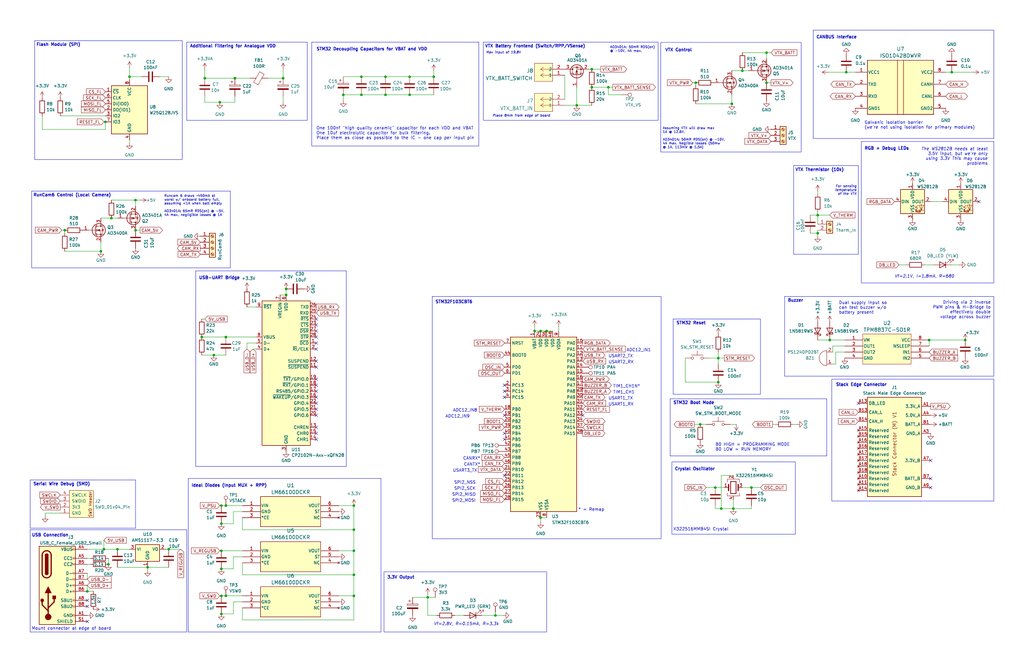
<source format=kicad_sch>
(kicad_sch (version 20231120) (generator "eeschema") (generator_version "8.0")
  (paper "B")
  (title_block (title "QRET 24-25 SRAD Camera Module") (date "2025-03-06") (rev "V1.0") (company "Queen's Rocket Engineering Team") (comment 1 "Contributors: Ethan Toste, Kennan Bays, Noah Del Rizzo, Fedor Kim") (comment 4 "GRID = 0.635mm"))
  (junction (at 149.225 213.36))
  (junction (at 407.035 143.51))
  (junction (at 172.72 32.385))
  (junction (at 119.38 33.02))
  (junction (at 95.25 251.46))
  (junction (at 302.895 161.29))
  (junction (at 62.23 239.395))
  (junction (at 227.965 218.44))
  (junction (at 46.99 92.075))
  (junction (at 44.45 51.435))
  (junction (at 57.15 84.455))
  (junction (at 27.305 97.155))
  (junction (at 42.545 106.045))
  (junction (at 162.56 40.005))
  (junction (at 120.65 121.92))
  (junction (at 95.25 142.24))
  (junction (at 93.345 232.41))
  (junction (at 249.555 29.21))
  (junction (at 93.345 220.98))
  (junction (at 149.225 242.57))
  (junction (at 182.88 32.385))
  (junction (at 152.4 32.385))
  (junction (at 99.06 33.02))
  (junction (at 304.165 214.63))
  (junction (at 356.87 30.48))
  (junction (at 302.895 151.13))
  (junction (at 249.555 36.83))
  (junction (at 243.205 44.45))
  (junction (at 313.055 29.845))
  (junction (at 45.72 238.125))
  (junction (at 93.345 213.36))
  (junction (at 323.215 22.225))
  (junction (at 172.72 40.005))
  (junction (at 93.345 251.46))
  (junction (at 180.34 252.095))
  (junction (at 86.36 33.02))
  (junction (at 349.885 143.51))
  (junction (at 344.805 98.425))
  (junction (at 316.865 205.74))
  (junction (at 152.4 40.005))
  (junction (at 95.25 213.36))
  (junction (at 162.56 32.385))
  (junction (at 149.225 223.52))
  (junction (at 149.225 251.46))
  (junction (at 230.505 139.7))
  (junction (at 57.15 97.155))
  (junction (at 71.12 231.775))
  (junction (at 120.65 124.46))
  (junction (at 93.345 240.03))
  (junction (at 256.54 36.83))
  (junction (at 85.09 142.24))
  (junction (at 308.61 43.815))
  (junction (at 208.915 259.715))
  (junction (at 309.245 214.63))
  (junction (at 54.61 32.385))
  (junction (at 301.625 205.74))
  (junction (at 36.83 249.555))
  (junction (at 43.815 231.775))
  (junction (at 144.78 40.005))
  (junction (at 225.425 139.7))
  (junction (at 295.275 179.07))
  (junction (at 93.345 259.08))
  (junction (at 49.53 231.775))
  (junction (at 344.805 90.805))
  (junction (at 149.225 232.41))
  (junction (at 391.795 143.51))
  (junction (at 293.37 34.925))
  (junction (at 401.32 30.48))
  (junction (at 323.215 34.925))
  (junction (at 90.17 149.86))
  (junction (at 92.71 43.18))
  (junction (at 227.965 139.7))
  (no_connect (at 133.35 152.4))
  (no_connect (at 212.725 182.88))
  (no_connect (at 36.83 253.365))
  (no_connect (at 133.35 154.94))
  (no_connect (at 412.75 85.09))
  (no_connect (at 212.725 175.26))
  (no_connect (at 133.35 170.18))
  (no_connect (at 133.35 167.64))
  (no_connect (at 392.43 194.31))
  (no_connect (at 133.35 180.34))
  (no_connect (at 133.35 134.62))
  (no_connect (at 361.95 170.18))
  (no_connect (at 212.725 167.64))
  (no_connect (at 133.35 182.88))
  (no_connect (at 212.725 165.1))
  (no_connect (at 133.35 165.1))
  (no_connect (at 36.83 255.905))
  (no_connect (at 212.725 185.42))
  (no_connect (at 392.43 201.93))
  (no_connect (at 133.35 142.24))
  (no_connect (at 212.725 200.66))
  (no_connect (at 133.35 144.78))
  (no_connect (at 133.35 139.7))
  (no_connect (at 133.35 160.02))
  (no_connect (at 133.35 185.42))
  (no_connect (at 133.35 172.72))
  (no_connect (at 392.43 205.74))
  (no_connect (at 133.35 147.32))
  (no_connect (at 133.35 137.16))
  (no_connect (at 212.725 162.56))
  (no_connect (at 36.83 262.255))
  (no_connect (at 133.35 175.26))
  (no_connect (at 133.35 162.56))
  (no_connect (at 245.745 175.26))
  (wire (pts (xy 401.32 30.48) (xy 410.21 30.48)))
  (wire (pts (xy 243.205 36.83) (xy 243.205 44.45)))
  (wire (pts (xy 173.99 252.095) (xy 180.34 252.095)))
  (wire (pts (xy 71.12 231.775) (xy 69.85 231.775)))
  (wire (pts (xy 27.305 106.045) (xy 42.545 106.045)))
  (polyline (pts (xy 348.615 192.405) (xy 348.615 168.275)))
  (wire (pts (xy 389.89 111.76) (xy 393.7 111.76)))
  (wire (pts (xy 45.72 235.585) (xy 45.72 238.125)))
  (wire (pts (xy 57.15 84.455) (xy 59.055 84.455)))
  (wire (pts (xy 304.165 200.66) (xy 304.165 214.63)))
  (wire (pts (xy 341.63 98.425) (xy 344.805 98.425)))
  (wire (pts (xy 149.225 251.46) (xy 149.225 261.62)))
  (wire (pts (xy 344.805 98.425) (xy 344.805 99.695)))
  (wire (pts (xy 67.31 32.385) (xy 71.12 32.385)))
  (wire (pts (xy 95.25 251.46) (xy 102.235 251.46)))
  (polyline (pts (xy 282.575 192.405) (xy 348.615 192.405)))
  (wire (pts (xy 92.71 213.36) (xy 93.345 213.36)))
  (wire (pts (xy 162.56 32.385) (xy 172.72 32.385)))
  (wire (pts (xy 352.425 153.67) (xy 352.425 148.59)))
  (wire (pts (xy 323.215 22.225) (xy 323.215 24.765)))
  (wire (pts (xy 288.925 151.13) (xy 288.925 161.29)))
  (wire (pts (xy 227.965 218.44) (xy 230.505 218.44)))
  (wire (pts (xy 120.65 121.92) (xy 120.65 124.46)))
  (wire (pts (xy 172.72 40.005) (xy 182.88 40.005)))
  (wire (pts (xy 299.085 151.13) (xy 302.895 151.13)))
  (wire (pts (xy 293.37 34.925) (xy 293.37 36.195)))
  (wire (pts (xy 309.245 214.63) (xy 309.245 210.82)))
  (wire (pts (xy 98.425 220.98) (xy 93.345 220.98)))
  (wire (pts (xy 36.83 249.555) (xy 39.37 249.555)))
  (wire (pts (xy 93.345 251.46) (xy 95.25 251.46)))
  (wire (pts (xy 95.25 213.36) (xy 102.235 213.36)))
  (wire (pts (xy 102.235 261.62) (xy 149.225 261.62)))
  (wire (pts (xy 119.38 40.64) (xy 119.38 43.18)))
  (wire (pts (xy 309.245 200.66) (xy 304.165 200.66)))
  (wire (pts (xy 142.875 232.41) (xy 149.225 232.41)))
  (wire (pts (xy 142.875 251.46) (xy 149.225 251.46)))
  (wire (pts (xy 26.035 97.155) (xy 27.305 97.155)))
  (wire (pts (xy 49.53 239.395) (xy 62.23 239.395)))
  (wire (pts (xy 288.925 161.29) (xy 302.895 161.29)))
  (wire (pts (xy 313.055 205.74) (xy 316.865 205.74)))
  (wire (pts (xy 149.225 213.36) (xy 149.225 223.52)))
  (wire (pts (xy 344.805 80.645) (xy 344.805 81.915)))
  (wire (pts (xy 93.345 232.41) (xy 102.235 232.41)))
  (wire (pts (xy 102.235 215.9) (xy 98.425 215.9)))
  (wire (pts (xy 149.225 242.57) (xy 149.225 251.46)))
  (wire (pts (xy 102.235 254) (xy 98.425 254)))
  (wire (pts (xy 230.505 139.7) (xy 233.045 139.7)))
  (wire (pts (xy 316.865 214.63) (xy 309.245 214.63)))
  (wire (pts (xy 36.83 241.935) (xy 36.83 244.475)))
  (wire (pts (xy 98.425 215.9) (xy 98.425 220.98)))
  (wire (pts (xy 325.755 179.07) (xy 327.025 179.07)))
  (wire (pts (xy 144.78 40.005) (xy 144.78 42.545)))
  (wire (pts (xy 344.805 97.155) (xy 344.805 98.425)))
  (wire (pts (xy 19.05 216.535) (xy 19.05 217.805)))
  (wire (pts (xy 92.71 251.46) (xy 93.345 251.46)))
  (wire (pts (xy 85.09 142.24) (xy 95.25 142.24)))
  (wire (pts (xy 249.555 29.21) (xy 253.365 29.21)))
  (wire (pts (xy 227.965 139.7) (xy 230.505 139.7)))
  (wire (pts (xy 302.895 151.13) (xy 302.895 153.67)))
  (wire (pts (xy 351.155 146.05) (xy 356.235 146.05)))
  (wire (pts (xy 180.34 259.715) (xy 184.15 259.715)))
  (wire (pts (xy 323.215 34.925) (xy 325.12 34.925)))
  (wire (pts (xy 316.865 205.74) (xy 320.675 205.74)))
  (wire (pts (xy 99.06 33.02) (xy 105.41 33.02)))
  (polyline (pts (xy 282.575 168.275) (xy 282.575 173.355)))
  (wire (pts (xy 172.72 32.385) (xy 182.88 32.385)))
  (wire (pts (xy 86.36 33.02) (xy 99.06 33.02)))
  (wire (pts (xy 302.895 148.59) (xy 302.895 151.13)))
  (wire (pts (xy 98.425 259.08) (xy 93.345 259.08)))
  (wire (pts (xy 119.38 29.21) (xy 119.38 33.02)))
  (wire (pts (xy 308.61 29.845) (xy 313.055 29.845)))
  (wire (pts (xy 44.45 54.61) (xy 44.45 51.435)))
  (wire (pts (xy 27.305 97.155) (xy 27.305 98.425)))
  (wire (pts (xy 344.805 90.805) (xy 344.805 94.615)))
  (wire (pts (xy 293.37 43.815) (xy 308.61 43.815)))
  (wire (pts (xy 25.4 48.895) (xy 44.45 48.895)))
  (wire (pts (xy 180.34 252.095) (xy 180.34 259.715)))
  (wire (pts (xy 104.14 144.78) (xy 104.14 147.32)))
  (wire (pts (xy 54.61 28.575) (xy 54.61 32.385)))
  (wire (pts (xy 46.99 92.075) (xy 49.53 92.075)))
  (wire (pts (xy 344.805 143.51) (xy 349.885 143.51)))
  (wire (pts (xy 142.875 213.36) (xy 149.225 213.36)))
  (wire (pts (xy 248.285 29.21) (xy 249.555 29.21)))
  (polyline (pts (xy 79.375 201.93) (xy 160.655 201.93)))
  (wire (pts (xy 86.36 29.21) (xy 86.36 33.02)))
  (wire (pts (xy 243.205 44.45) (xy 249.555 44.45)))
  (wire (pts (xy 379.095 111.76) (xy 382.27 111.76)))
  (wire (pts (xy 341.63 90.805) (xy 344.805 90.805)))
  (wire (pts (xy 106.68 147.32) (xy 107.95 147.32)))
  (wire (pts (xy 42.545 92.075) (xy 46.99 92.075)))
  (wire (pts (xy 225.425 139.7) (xy 227.965 139.7)))
  (wire (pts (xy 102.235 242.57) (xy 102.235 237.49)))
  (wire (pts (xy 144.78 40.005) (xy 152.4 40.005)))
  (wire (pts (xy 57.15 84.455) (xy 57.15 86.995)))
  (wire (pts (xy 62.23 239.395) (xy 71.12 239.395)))
  (wire (pts (xy 98.425 234.95) (xy 98.425 240.03)))
  (wire (pts (xy 95.25 142.24) (xy 107.95 142.24)))
  (wire (pts (xy 42.545 106.045) (xy 42.545 102.235)))
  (wire (pts (xy 301.625 205.74) (xy 305.435 205.74)))
  (wire (pts (xy 36.83 247.015) (xy 36.83 249.555)))
  (polyline (pts (xy 419.1 12.7) (xy 419.1 58.42)))
  (wire (pts (xy 301.625 214.63) (xy 301.625 213.36)))
  (wire (pts (xy 349.25 30.48) (xy 356.87 30.48)))
  (wire (pts (xy 313.055 22.225) (xy 323.215 22.225)))
  (wire (pts (xy 99.06 43.18) (xy 99.06 40.64)))
  (wire (pts (xy 292.735 179.07) (xy 295.275 179.07)))
  (wire (pts (xy 295.275 179.07) (xy 297.815 179.07)))
  (wire (pts (xy 316.865 213.36) (xy 316.865 214.63)))
  (wire (pts (xy 98.425 254) (xy 98.425 259.08)))
  (wire (pts (xy 304.165 214.63) (xy 301.625 214.63)))
  (wire (pts (xy 391.795 143.51) (xy 391.795 146.05)))
  (wire (pts (xy 113.03 33.02) (xy 119.38 33.02)))
  (wire (pts (xy 227.965 218.44) (xy 227.965 220.345)))
  (wire (pts (xy 351.155 148.59) (xy 351.155 146.05)))
  (wire (pts (xy 76.2 231.775) (xy 71.12 231.775)))
  (wire (pts (xy 225.425 137.795) (xy 225.425 139.7)))
  (wire (pts (xy 256.54 36.83) (xy 258.445 36.83)))
  (wire (pts (xy 191.77 259.715) (xy 195.58 259.715)))
  (wire (pts (xy 208.915 259.715) (xy 212.09 259.715)))
  (wire (pts (xy 86.36 43.18) (xy 92.71 43.18)))
  (polyline (pts (xy 342.9 12.7) (xy 342.9 58.42)))
  (wire (pts (xy 308.61 43.815) (xy 308.61 40.005)))
  (polyline (pts (xy 363.22 81.915) (xy 363.22 81.915)))
  (wire (pts (xy 398.78 30.48) (xy 401.32 30.48)))
  (wire (pts (xy 349.885 90.805) (xy 344.805 90.805)))
  (wire (pts (xy 46.99 84.455) (xy 57.15 84.455)))
  (wire (pts (xy 208.915 258.445) (xy 208.915 259.715)))
  (wire (pts (xy 262.255 40.005) (xy 256.54 40.005)))
  (wire (pts (xy 392.43 85.09) (xy 397.51 85.09)))
  (polyline (pts (xy 282.575 173.355) (xy 282.575 192.405)))
  (polyline (pts (xy 160.655 266.7) (xy 160.655 201.93)))
  (wire (pts (xy 36.83 238.125) (xy 38.1 238.125)))
  (wire (pts (xy 118.11 124.46) (xy 120.65 124.46)))
  (wire (pts (xy 85.09 134.62) (xy 86.36 134.62)))
  (wire (pts (xy 351.155 153.67) (xy 352.425 153.67)))
  (wire (pts (xy 43.815 231.775) (xy 49.53 231.775)))
  (polyline (pts (xy 79.375 201.93) (xy 79.375 266.7)))
  (wire (pts (xy 152.4 40.005) (xy 162.56 40.005)))
  (wire (pts (xy 36.83 235.585) (xy 38.1 235.585)))
  (polyline (pts (xy 419.1 58.42) (xy 342.9 58.42)))
  (wire (pts (xy 302.895 151.13) (xy 305.435 151.13)))
  (wire (pts (xy 17.78 48.895) (xy 17.78 54.61)))
  (wire (pts (xy 180.34 250.825) (xy 180.34 252.095)))
  (wire (pts (xy 54.61 32.385) (xy 59.69 32.385)))
  (wire (pts (xy 92.71 43.18) (xy 99.06 43.18)))
  (wire (pts (xy 334.645 179.07) (xy 335.915 179.07)))
  (wire (pts (xy 102.235 261.62) (xy 102.235 256.54)))
  (wire (pts (xy 86.36 40.64) (xy 86.36 43.18)))
  (wire (pts (xy 102.235 218.44) (xy 102.235 223.52)))
  (wire (pts (xy 203.2 259.715) (xy 208.915 259.715)))
  (wire (pts (xy 301.625 205.74) (xy 297.815 205.74)))
  (wire (pts (xy 36.83 231.775) (xy 43.815 231.775)))
  (wire (pts (xy 238.125 44.45) (xy 243.205 44.45)))
  (wire (pts (xy 352.425 148.59) (xy 356.235 148.59)))
  (wire (pts (xy 57.15 97.155) (xy 59.055 97.155)))
  (wire (pts (xy 102.235 242.57) (xy 149.225 242.57)))
  (wire (pts (xy 43.815 227.965) (xy 43.815 231.775)))
  (wire (pts (xy 19.05 216.535) (xy 25.4 216.535)))
  (wire (pts (xy 149.225 223.52) (xy 149.225 232.41)))
  (polyline (pts (xy 342.9 12.7) (xy 419.1 12.7)))
  (wire (pts (xy 401.32 111.76) (xy 404.495 111.76)))
  (wire (pts (xy 104.14 129.54) (xy 107.95 129.54)))
  (wire (pts (xy 144.78 32.385) (xy 152.4 32.385)))
  (wire (pts (xy 149.225 232.41) (xy 149.225 242.57)))
  (wire (pts (xy 98.425 240.03) (xy 93.345 240.03)))
  (wire (pts (xy 49.53 231.775) (xy 54.61 231.775)))
  (wire (pts (xy 62.23 239.395) (xy 62.23 240.665)))
  (wire (pts (xy 313.055 29.845) (xy 315.595 29.845)))
  (wire (pts (xy 92.71 232.41) (xy 93.345 232.41)))
  (wire (pts (xy 90.17 149.86) (xy 95.25 149.86)))
  (wire (pts (xy 307.975 179.07) (xy 310.515 179.07)))
  (wire (pts (xy 102.235 234.95) (xy 98.425 234.95)))
  (polyline (pts (xy 12.7 202.565) (xy 57.15 202.565)))
  (wire (pts (xy 349.885 143.51) (xy 356.235 143.51)))
  (wire (pts (xy 54.61 59.055) (xy 54.61 60.325)))
  (wire (pts (xy 43.815 51.435) (xy 44.45 51.435)))
  (wire (pts (xy 162.56 40.005) (xy 172.72 40.005)))
  (wire (pts (xy 104.14 144.78) (xy 107.95 144.78)))
  (wire (pts (xy 182.88 29.845) (xy 182.88 32.385)))
  (polyline (pts (xy 12.7 222.885) (xy 12.7 202.565)))
  (wire (pts (xy 54.61 32.385) (xy 54.61 33.655)))
  (wire (pts (xy 235.585 137.795) (xy 235.585 139.7)))
  (wire (pts (xy 17.78 54.61) (xy 44.45 54.61)))
  (wire (pts (xy 344.805 90.805) (xy 344.805 89.535)))
  (wire (pts (xy 152.4 32.385) (xy 162.56 32.385)))
  (polyline (pts (xy 57.15 222.885) (xy 12.7 222.885)))
  (wire (pts (xy 238.125 31.75) (xy 238.125 41.91)))
  (polyline (pts (xy 348.615 168.275) (xy 282.575 168.275)))
  (wire (pts (xy 292.1 34.925) (xy 293.37 34.925)))
  (wire (pts (xy 180.34 252.095) (xy 183.515 252.095)))
  (wire (pts (xy 85.09 149.86) (xy 90.17 149.86)))
  (wire (pts (xy 304.165 214.63) (xy 309.245 214.63)))
  (wire (pts (xy 391.795 143.51) (xy 407.035 143.51)))
  (wire (pts (xy 102.235 223.52) (xy 149.225 223.52)))
  (polyline (pts (xy 79.375 266.7) (xy 160.655 266.7)))
  (wire (pts (xy 356.87 30.48) (xy 360.68 30.48)))
  (wire (pts (xy 93.345 213.36) (xy 95.25 213.36)))
  (wire (pts (xy 256.54 40.005) (xy 256.54 36.83)))
  (wire (pts (xy 249.555 36.83) (xy 256.54 36.83)))
  (wire (pts (xy 323.215 22.225) (xy 325.12 22.225)))
  (polyline (pts (xy 57.15 202.565) (xy 57.15 222.885)))
  (rectangle (start 161.925 241.3) (end 230.505 266.7))
  (rectangle (start 283.845 134.62) (end 320.675 166.37))
  (rectangle (start 13.335 80.645) (end 97.155 113.03))
  (rectangle (start 82.55 114.3) (end 146.05 196.85))
  (rectangle (start 182.245 125.095) (end 278.765 227.33))
  (rectangle (start 334.645 69.85) (end 361.95 107.315))
  (rectangle (start 78.74 17.78) (end 129.54 50.8))
  (rectangle (start 278.638 17.907) (end 337.82 64.135))
  (rectangle (start 283.337 194.945) (end 335.407 225.425))
  (rectangle (start 350.774 160.02) (end 419.1 211.455))
  (rectangle (start 363.22 59.69) (end 419.1 119.38))
  (rectangle (start 12.7 223.52) (end 78.74 266.7))
  (rectangle (start 330.835 125.095) (end 419.1 158.75))
  (rectangle (start 14.605 17.145) (end 76.835 67.31))
  (rectangle (start 131.445 17.78) (end 201.93 61.595))
  (rectangle (start 203.835 17.78) (end 277.495 50.8))
  (text "B0 HIGH = PROGRAMMING MODE\nB0 LOW = RUN MEMORY" (at 301.625 190.5 0) (effects (font (size 1.27 1.27)) (justify left bottom)))
  (text "RunCam6 Control (Local Camera)" (at 13.97 83.185 0) (effects (font (size 1.27 1.27) (thickness 0.254) (bold yes)) (justify left bottom)))
  (text "One 100nf \"high quality ceramic\" capacitor for each VDD and VBAT\nOne 10uf electrolytic capacitor for bulk filtering.\nPlace them as close as possible to the IC - one cap per input pin" (at 133.35 59.055 0) (effects (font (size 1.27 1.27)) (justify left bottom)))
  (text "STM32 Reset" (at 285.115 137.16 0) (effects (font (size 1.27 1.27) (thickness 0.254) (bold yes)) (justify left bottom)))
  (text "VTX Battery Frontend (Switch/RPP/VSense)" (at 204.47 20.32 0) (effects (font (size 1.27 1.27) (thickness 0.254) (bold yes)) (justify left bottom)))
  (text "SPI2_SCK" (at 200.66 207.01 0) (effects (font (size 1.27 1.27)) (justify right bottom)))
  (text "ADC12_IN8" (at 201.295 173.99 0) (effects (font (size 1.27 1.27)) (justify right bottom)))
  (text "3.3V Output" (at 163.195 244.475 0) (effects (font (size 1.27 1.27) (thickness 0.254) (bold yes)) (justify left bottom)))
  (text "USART1_RX" (at 256.54 171.45 0) (effects (font (size 1.27 1.27)) (justify left bottom)))
  (text "VTX Thermistor (10k)" (at 335.28 71.755 0) (effects (font (size 1.27 1.27) (thickness 0.254) (bold yes)) (justify left)))
  (text "Assuming VTX will draw max\n1A @ 12.6V.\n\nAO3401A: 50mR RDS(on) @ -10V,\n4A max. Neglible losses (50mw\n@ 1A, 113mW @ 1.5A)" (at 279.4 62.865 0) (effects (font (size 1 1)) (justify left bottom)))
  (text "RGB + Debug LEDs" (at 364.49 63.5 0) (effects (font (size 1.27 1.27) (thickness 0.254) (bold yes)) (justify left bottom)))
  (text "* = Remap" (at 243.84 215.9 0) (effects (font (size 1.27 1.27)) (justify left bottom)))
  (text "SPI2_NSS" (at 200.66 204.47 0) (effects (font (size 1.27 1.27)) (justify right bottom)))
  (text "Place 8mm from edge of board" (at 207.645 49.53 0) (effects (font (size 1 1) (italic yes)) (justify left bottom)))
  (text "USB-UART Bridge" (at 83.82 118.11 0) (effects (font (size 1.27 1.27) (thickness 0.254) (bold yes)) (justify left bottom)))
  (text "Additional Filtering for Analogue VDD" (at 80.01 20.32 0) (effects (font (size 1.27 1.27) (thickness 0.254) (bold yes)) (justify left bottom)))
  (text "Runcam 6 draws ~450mA at\nworst w/ onboard battery full,\nassuming <1A when batt empty\n\nAO3401A: 65mR RDS(on) @ -5V,\n4A max, negligible losses @ 1A" (at 69.215 91.44 0) (effects (font (size 1 1)) (justify left bottom)))
  (text "Driving via 2 inverse\nPWM pins & H-Bridge to\neffectively double\nvoltage across buzzer" (at 417.83 134.62 0) (effects (font (size 1.27 1.27)) (justify right bottom)))
  (text "ADC12_IN9" (at 198.12 176.53 0) (effects (font (size 1.27 1.27)) (justify right bottom)))
  (text "Crystal Oscillator" (at 284.48 198.755 0) (effects (font (size 1.27 1.27) (thickness 0.254) (bold yes)) (justify left bottom)))
  (text "Max input of 19.8V" (at 219.71 22.86 0) (effects (font (size 1 1) (italic yes)) (justify right bottom)))
  (text "USART2_RX" (at 256.54 153.67 0) (effects (font (size 1.27 1.27)) (justify left bottom)))
  (text "CANRX*" (at 202.565 194.31 0) (effects (font (size 1.27 1.27)) (justify right bottom)))
  (text "SPI2_MISO" (at 200.66 209.55 0) (effects (font (size 1.27 1.27)) (justify right bottom)))
  (text "USART1_TX" (at 256.54 168.91 0) (effects (font (size 1.27 1.27)) (justify left bottom)))
  (text "USART2_TX" (at 256.54 151.13 0) (effects (font (size 1.27 1.27)) (justify left bottom)))
  (text "STM32 Boot Mode" (at 283.845 170.815 0) (effects (font (size 1.27 1.27) (thickness 0.254) (bold yes)) (justify left bottom)))
  (text "VTX Control" (at 280.416 21.971 0) (effects (font (size 1.27 1.27) (thickness 0.254) (bold yes)) (justify left bottom)))
  (text "STM32F103CBT6" (at 183.515 128.27 0) (effects (font (size 1.27 1.27) (thickness 0.254) (bold yes)) (justify left bottom)))
  (text "Serial Wire Debug (SMD)" (at 13.97 205.105 0) (effects (font (size 1.27 1.27) (thickness 0.254) (bold yes)) (justify left bottom)))
  (text "Buzzer" (at 332.105 127.635 0) (effects (font (size 1.27 1.27) (bold yes)) (justify left bottom)))
  (text "AO3401A: 50mR RDS(on)\n@ -10V, 4A max." (at 257.175 22.225 0) (effects (font (size 1 1)) (justify left bottom)))
  (text "Vf=2.8V, R=0.15mA, R=3.3k" (at 182.88 264.16 0) (effects (font (size 1.27 1.27) (italic yes)) (justify left bottom)))
  (text "CANTX*" (at 202.565 196.85 0) (effects (font (size 1.27 1.27)) (justify right bottom)))
  (text "Galvanic isolation barrier\n(we're not using isolation for primary modules)" (at 364.49 54.61 0) (effects (font (size 1.27 1.27)) (justify left bottom)))
  (text "Vf=2.1V, I=1.8mA, R=680" (at 377.19 117.475 0) (effects (font (size 1.27 1.27) (italic yes)) (justify left bottom)))
  (text "Flash Module (SPI)" (at 15.24 19.685 0) (effects (font (size 1.27 1.27) (bold yes)) (justify left bottom)))
  (text "TIM1_CH1N*" (at 258.445 163.83 0) (effects (font (size 1.27 1.27)) (justify left bottom)))
  (text "The WS2812B needs at least\n3.5V input, but we're only\nusing 3.3V This may cause\nproblems" (at 416.56 69.85 0) (effects (font (size 1.27 1.27) (italic yes)) (justify right bottom)))
  (text "TIM1_CH1" (at 258.445 166.37 0) (effects (font (size 1.27 1.27)) (justify left bottom)))
  (text "ADC12_IN1" (at 264.16 148.59 0) (effects (font (size 1.27 1.27)) (justify left bottom)))
  (text "Stack Edge Connector" (at 352.425 163.195 0) (effects (font (size 1.27 1.27) (thickness 0.254) (bold yes)) (justify left bottom)))
  (text "CANBUS Interface" (at 344.17 16.51 0) (effects (font (size 1.27 1.27) (thickness 0.254) (bold yes)) (justify left bottom)))
  (text "Mount connector at edge of board\n" (at 13.335 266.065 0) (effects (font (size 1.27 1.27)) (justify left bottom)))
  (text "USB Connection" (at 13.335 226.695 0) (effects (font (size 1.27 1.27) (thickness 0.254) (bold yes)) (justify left bottom)))
  (text "For sensing\ntemperature\nof the VTX" (at 361.315 82.55 0) (effects (font (size 1 1) (italic yes)) (justify right bottom)))
  (text "\nX322516MMB4SI Crystal " (at 283.845 224.155 0) (effects (font (size 1.27 1.27)) (justify left bottom)))
  (text "USART3_TX" (at 201.295 199.39 0) (effects (font (size 1.27 1.27)) (justify right bottom)))
  (text "Dual supply input so\ncan test buzzer w/o\nbattery present" (at 353.695 132.715 0) (effects (font (size 1.27 1.27)) (justify left bottom)))
  (text "Ideal Diodes (Input MUX + RPP)" (at 80.645 205.74 0) (effects (font (size 1.27 1.27) (thickness 0.254) (bold yes)) (justify left bottom)))
  (text "SPI2_MOSI" (at 200.66 212.09 0) (effects (font (size 1.27 1.27)) (justify right bottom)))
  (text "STM32 Decoupling Capacitors for VBAT and VDD" (at 133.35 21.59 0) (effects (font (size 1.27 1.27) (thickness 0.254) (bold yes)) (justify left bottom)))
  (global_label "SWDIO" (shape input) (at 25.4 211.455 180) (property "Intersheetrefs" "${INTERSHEET_REFS}" (effects (hide yes))))
  (global_label "VTX_DATA" (shape input) (at 325.12 59.69 180) (property "Intersheetrefs" "${INTERSHEET_REFS}" (effects (hide yes))))
  (global_label "BOOT1" (shape output) (at 325.755 179.07 180) (property "Intersheetrefs" "${INTERSHEET_REFS}" (effects (hide yes))))
  (global_label "V_THERM" (shape input) (at 212.725 172.72 180) (property "Intersheetrefs" "${INTERSHEET_REFS}" (effects (hide yes))))
  (global_label "V_REGUSB" (shape input) (at 76.2 231.775 270) (property "Intersheetrefs" "${INTERSHEET_REFS}" (effects (hide yes))))
  (global_label "VTX_BATT" (shape input) (at 325.12 22.225 0) (property "Intersheetrefs" "${INTERSHEET_REFS}" (effects (hide yes))))
  (global_label "DB_LED" (shape input) (at 379.095 111.76 180) (property "Intersheetrefs" "${INTERSHEET_REFS}" (effects (hide yes))))
  (global_label "BOOT0" (shape input) (at 212.725 149.86 180) (property "Intersheetrefs" "${INTERSHEET_REFS}" (effects (hide yes))))
  (global_label "OSC_OUT" (shape input) (at 320.675 205.74 0) (property "Intersheetrefs" "${INTERSHEET_REFS}" (effects (hide yes))))
  (global_label "V_REGUSB" (shape input) (at 92.71 232.41 180) (property "Intersheetrefs" "${INTERSHEET_REFS}" (effects (hide yes))))
  (global_label "BUZZER_B" (shape input) (at 391.795 151.13 0) (property "Intersheetrefs" "${INTERSHEET_REFS}" (effects (hide yes))))
  (global_label "OSC_IN" (shape input) (at 297.815 205.74 180) (property "Intersheetrefs" "${INTERSHEET_REFS}" (effects (hide yes))))
  (global_label "CAM_PWR" (shape input) (at 26.035 97.155 180) (property "Intersheetrefs" "${INTERSHEET_REFS}" (effects (hide yes))))
  (global_label "CAM_PWR" (shape output) (at 245.745 160.02 0) (property "Intersheetrefs" "${INTERSHEET_REFS}" (effects (hide yes))))
  (global_label "MOSI_FL" (shape input) (at 44.45 43.815 180) (property "Intersheetrefs" "${INTERSHEET_REFS}" (effects (hide yes))))
  (global_label "MISO_FL" (shape input) (at 212.725 208.28 180) (property "Intersheetrefs" "${INTERSHEET_REFS}" (effects (hide yes))))
  (global_label "SWDIO" (shape bidirectional) (at 245.745 177.8 0) (property "Intersheetrefs" "${INTERSHEET_REFS}" (effects (hide yes))))
  (global_label "V_THERM" (shape input) (at 349.885 90.805 0) (property "Intersheetrefs" "${INTERSHEET_REFS}" (effects (hide yes))))
  (global_label "CAN_H" (shape bidirectional) (at 398.78 35.56 0) (property "Intersheetrefs" "${INTERSHEET_REFS}" (effects (hide yes))))
  (global_label "VTX_V+" (shape output) (at 325.12 34.925 0) (property "Intersheetrefs" "${INTERSHEET_REFS}" (effects (hide yes))))
  (global_label "CS_FL" (shape input) (at 212.725 203.2 180) (property "Intersheetrefs" "${INTERSHEET_REFS}" (effects (hide yes))))
  (global_label "RESET_FL" (shape input) (at 43.815 51.435 180) (property "Intersheetrefs" "${INTERSHEET_REFS}" (effects (hide yes))))
  (global_label "CAM_TX" (shape output) (at 245.745 167.64 0) (property "Intersheetrefs" "${INTERSHEET_REFS}" (effects (hide yes))))
  (global_label "CS_FL" (shape input) (at 44.45 38.735 180) (property "Intersheetrefs" "${INTERSHEET_REFS}" (effects (hide yes))))
  (global_label "RGB_DATA" (shape output) (at 245.745 144.78 0) (property "Intersheetrefs" "${INTERSHEET_REFS}" (effects (hide yes))))
  (global_label "RGB_DATA" (shape input) (at 377.19 85.09 180) (property "Intersheetrefs" "${INTERSHEET_REFS}" (effects (hide yes))))
  (global_label "CAM_5V" (shape output) (at 59.055 97.155 0) (property "Intersheetrefs" "${INTERSHEET_REFS}" (effects (hide yes))))
  (global_label "V_PSU" (shape input) (at 92.71 213.36 180) (property "Intersheetrefs" "${INTERSHEET_REFS}" (effects (hide yes))))
  (global_label "CAN_L" (shape bidirectional) (at 398.78 40.64 0) (property "Intersheetrefs" "${INTERSHEET_REFS}" (effects (hide yes))))
  (global_label "OSC_IN" (shape input) (at 212.725 154.94 180) (property "Intersheetrefs" "${INTERSHEET_REFS}" (effects (hide yes))))
  (global_label "STM_RESET" (shape output) (at 305.435 151.13 0) (property "Intersheetrefs" "${INTERSHEET_REFS}" (effects (hide yes))))
  (global_label "VTX_BATT" (shape output) (at 253.365 29.21 0) (property "Intersheetrefs" "${INTERSHEET_REFS}" (effects (hide yes))))
  (global_label "DB_LED" (shape output) (at 245.745 182.88 0) (property "Intersheetrefs" "${INTERSHEET_REFS}" (effects (hide yes))))
  (global_label "USB_TX" (shape input) (at 133.35 132.08 0) (property "Intersheetrefs" "${INTERSHEET_REFS}" (effects (hide yes))))
  (global_label "RESET_FL" (shape input) (at 245.745 172.72 0) (property "Intersheetrefs" "${INTERSHEET_REFS}" (effects (hide yes))))
  (global_label "MISO_FL" (shape input) (at 44.45 46.355 180) (property "Intersheetrefs" "${INTERSHEET_REFS}" (effects (hide yes))))
  (global_label "BUZZER_A" (shape output) (at 245.745 165.1 0) (property "Intersheetrefs" "${INTERSHEET_REFS}" (effects (hide yes))))
  (global_label "STM_RESET" (shape input) (at 212.725 144.78 180) (property "Intersheetrefs" "${INTERSHEET_REFS}" (effects (hide yes))))
  (global_label "VTX_V+" (shape input) (at 325.12 57.15 180) (property "Intersheetrefs" "${INTERSHEET_REFS}" (effects (hide yes))))
  (global_label "CAN_TX" (shape bidirectional) (at 360.68 35.56 180) (property "Intersheetrefs" "${INTERSHEET_REFS}" (effects (hide yes))))
  (global_label "SWCLK" (shape input) (at 245.745 180.34 0) (property "Intersheetrefs" "${INTERSHEET_REFS}" (effects (hide yes))))
  (global_label "USB_D+" (shape input) (at 106.68 147.32 270) (property "Intersheetrefs" "${INTERSHEET_REFS}" (effects (hide yes))))
  (global_label "BUZZER_B" (shape output) (at 245.745 162.56 0) (property "Intersheetrefs" "${INTERSHEET_REFS}" (effects (hide yes))))
  (global_label "5V_USB" (shape input) (at 43.815 227.965 0) (property "Intersheetrefs" "${INTERSHEET_REFS}" (effects (hide yes))))
  (global_label "SCK_FL" (shape input) (at 212.725 205.74 180) (property "Intersheetrefs" "${INTERSHEET_REFS}" (effects (hide yes))))
  (global_label "BOOT0" (shape output) (at 292.735 179.07 180) (property "Intersheetrefs" "${INTERSHEET_REFS}" (effects (hide yes))))
  (global_label "CAN_H" (shape input) (at 361.95 177.8 180) (property "Intersheetrefs" "${INTERSHEET_REFS}" (effects (hide yes))))
  (global_label "V_SWD" (shape output) (at 25.4 213.995 180) (property "Intersheetrefs" "${INTERSHEET_REFS}" (effects (hide yes))))
  (global_label "CAM_5V" (shape input) (at 84.455 102.235 180) (property "Intersheetrefs" "${INTERSHEET_REFS}" (effects (hide yes))))
  (global_label "USB_D-" (shape input) (at 104.14 147.32 270) (property "Intersheetrefs" "${INTERSHEET_REFS}" (effects (hide yes))))
  (global_label "USB_RX" (shape input) (at 245.745 152.4 0) (property "Intersheetrefs" "${INTERSHEET_REFS}" (effects (hide yes))))
  (global_label "USB_D+" (shape input) (at 36.83 247.015 0) (property "Intersheetrefs" "${INTERSHEET_REFS}" (effects (hide yes))))
  (global_label "SCK_FL" (shape input) (at 44.45 41.275 180) (property "Intersheetrefs" "${INTERSHEET_REFS}" (effects (hide yes))))
  (global_label "BUZZER_A" (shape input) (at 391.795 148.59 0) (property "Intersheetrefs" "${INTERSHEET_REFS}" (effects (hide yes))))
  (global_label "VTX_PWR" (shape input) (at 212.725 180.34 180) (property "Intersheetrefs" "${INTERSHEET_REFS}" (effects (hide yes))))
  (global_label "CAM_RX" (shape output) (at 84.455 104.775 180) (property "Intersheetrefs" "${INTERSHEET_REFS}" (effects (hide yes))))
  (global_label "USB_D-" (shape input) (at 36.83 244.475 0) (property "Intersheetrefs" "${INTERSHEET_REFS}" (effects (hide yes))))
  (global_label "CAM_RX" (shape input) (at 245.745 170.18 0) (property "Intersheetrefs" "${INTERSHEET_REFS}" (effects (hide yes))))
  (global_label "V_SWD" (shape input) (at 92.71 251.46 180) (property "Intersheetrefs" "${INTERSHEET_REFS}" (effects (hide yes))))
  (global_label "CAN_RX" (shape input) (at 212.725 193.04 180) (property "Intersheetrefs" "${INTERSHEET_REFS}" (effects (hide yes))))
  (global_label "CAM_TX" (shape input) (at 84.455 107.315 180) (property "Intersheetrefs" "${INTERSHEET_REFS}" (effects (hide yes))))
  (global_label "5V_USB" (shape input) (at 86.36 134.62 0) (property "Intersheetrefs" "${INTERSHEET_REFS}" (effects (hide yes))))
  (global_label "CAN_TX" (shape input) (at 212.725 195.58 180) (property "Intersheetrefs" "${INTERSHEET_REFS}" (effects (hide yes))))
  (global_label "SWCLK" (shape input) (at 25.4 208.915 180) (property "Intersheetrefs" "${INTERSHEET_REFS}" (effects (hide yes))))
  (global_label "VTX_BATT_SENSE" (shape output) (at 258.445 36.83 0) (property "Intersheetrefs" "${INTERSHEET_REFS}" (effects (hide yes))))
  (global_label "USB_TX" (shape output) (at 245.745 149.86 0) (property "Intersheetrefs" "${INTERSHEET_REFS}" (effects (hide yes))))
  (global_label "OSC_OUT" (shape input) (at 212.725 157.48 180) (property "Intersheetrefs" "${INTERSHEET_REFS}" (effects (hide yes))))
  (global_label "USB_RX" (shape output) (at 133.35 129.54 0) (property "Intersheetrefs" "${INTERSHEET_REFS}" (effects (hide yes))))
  (global_label "VTX_BATT_SENSE" (shape input) (at 245.745 147.32 0) (property "Intersheetrefs" "${INTERSHEET_REFS}" (effects (hide yes))))
  (global_label "VTX_PWR" (shape input) (at 292.1 34.925 180) (property "Intersheetrefs" "${INTERSHEET_REFS}" (effects (hide yes))))
  (global_label "MOSI_FL" (shape input) (at 212.725 210.82 180) (property "Intersheetrefs" "${INTERSHEET_REFS}" (effects (hide yes))))
  (global_label "CAN_L" (shape input) (at 361.95 173.99 180) (property "Intersheetrefs" "${INTERSHEET_REFS}" (effects (hide yes))))
  (global_label "V_PSU" (shape output) (at 392.43 171.45 0) (property "Intersheetrefs" "${INTERSHEET_REFS}" (effects (hide yes))))
  (global_label "BOOT1" (shape input) (at 212.725 177.8 180) (property "Intersheetrefs" "${INTERSHEET_REFS}" (effects (hide yes))))
  (global_label "CAN_RX" (shape bidirectional) (at 360.68 40.64 180) (property "Intersheetrefs" "${INTERSHEET_REFS}" (effects (hide yes))))
  (global_label "VTX_DATA" (shape input) (at 212.725 198.12 180) (property "Intersheetrefs" "${INTERSHEET_REFS}" (effects (hide yes))))
  (symbol (lib_id "Device:C") (at 341.63 94.615 180) (unit 1)
    (property "Reference" "C16" (at 336.55 93.345 90) (effects (justify left)))
    (property "Value" "100nF" (at 338.455 92.075 90) (effects (justify left)))
    (property "Footprint" "Capacitor_SMD:C_0603_1608Metric" (effects (hide yes)))
    (property "LCSC" "C14663" (effects (hide yes)))
  )
  (symbol (lib_id "LED:WS2812B") (at 405.13 85.09 0) (unit 1)
    (property "Reference" "D6" (at 408.94 76.2 0))
    (property "Value" "WS2812B" (at 411.48 78.74 0))
    (property "Footprint" "LED_SMD:LED_WS2812B_PLCC4_5.0x5.0mm_P3.2mm" (effects (hide yes)))
    (property "Datasheet" "https://cdn-shop.adafruit.com/datasheets/WS2812B.pdf" (effects (hide yes)))
    (property "Digikey" "1568-COM-16347CT-ND" (effects (hide yes)))
  )
  (symbol (lib_id "power:GND") (at 128.27 121.92 90) (unit 1)
    (property "Reference" "#PWR074" (effects (hide yes)))
    (property "Value" "GND" (at 132.0344 121.92 0))
  )
  (symbol (lib_id "Device:R") (at 187.96 259.715 270) (unit 1)
    (property "Reference" "R3" (at 187.96 254.5547 90))
    (property "Value" "3.3k" (at 187.96 256.9789 90))
    (property "Footprint" "Resistor_SMD:R_0603_1608Metric" (effects (hide yes)))
    (property "LCSC" "C22978" (effects (hide yes)))
  )
  (symbol (lib_id "Device:R") (at 25.4 45.085 180) (unit 1)
    (property "Reference" "R9" (at 27.178 43.8729 0) (effects (justify right)))
    (property "Value" "10k" (at 27.178 46.2971 0) (effects (justify right)))
    (property "Footprint" "Resistor_SMD:R_0603_1608Metric" (effects (hide yes)))
    (property "LCSC" "C25804" (effects (hide yes)))
  )
  (symbol (lib_id "CONN_2-1445057-2_TYCO:2-1445057-2") (at 238.125 31.75 180) (unit 1)
    (property "Reference" "J8" (at 223.52 29.845 0) (effects (font (size 1.524 1.524))))
    (property "Value" "VTX_BATT_SWITCH" (at 214.63 33.02 0) (effects (font (size 1.524 1.524))))
    (property "Footprint" "footprints:CONN_2-1445057-2_TYCO" (effects (hide yes)))
    (property "Datasheet" "2-1445057-2" (effects (hide yes)))
    (property "Digikey" "A33212CT-ND" (effects (hide yes)))
  )
  (symbol (lib_id "Device:C") (at 172.72 36.195 0) (unit 1)
    (property "Reference" "C26" (at 175.895 34.925 0) (effects (justify left)))
    (property "Value" "100n" (at 175.26 37.465 0) (effects (justify left)))
    (property "Footprint" "Capacitor_SMD:C_0402_1005Metric" (effects (hide yes)))
    (property "LCSC" "C1525" (effects (hide yes)))
  )
  (symbol (lib_id "power:+3.3V") (at 407.035 143.51 0) (unit 1)
    (property "Reference" "#PWR046" (effects (hide yes)))
    (property "Value" "+3.3V" (at 407.035 140.335 0) (effects (justify left)))
  )
  (symbol (lib_id "Device:C_Polarized") (at 99.06 36.83 0) (unit 1)
    (property "Reference" "C22" (at 102.235 36.3108 0) (effects (justify left)))
    (property "Value" "1uF" (at 102.235 38.735 0) (effects (justify left)))
    (property "Footprint" "Capacitor_SMD:C_0805_2012Metric" (effects (hide yes)))
    (property "LCSC" "C28323" (effects (hide yes)))
  )
  (symbol (lib_id "power:GND") (at 142.875 234.95 90) (unit 1)
    (property "Reference" "#PWR017" (effects (hide yes)))
    (property "Value" "GND" (at 143.51 237.49 90) (effects (justify right)))
  )
  (symbol (lib_id "power:GND") (at 384.81 92.71 0) (unit 1)
    (property "Reference" "#PWR030" (effects (hide yes)))
    (property "Value" "GND" (at 384.81 96.52 0))
  )
  (symbol (lib_id "power:GND") (at 142.875 215.9 90) (unit 1)
    (property "Reference" "#PWR016" (effects (hide yes)))
    (property "Value" "GND" (at 143.51 218.44 90) (effects (justify right)))
  )
  (symbol (lib_id "power:+5V") (at 410.21 30.48 270) (unit 1)
    (property "Reference" "#PWR034" (effects (hide yes)))
    (property "Value" "+5V" (at 413.258 30.48 90) (effects (justify left)))
  )
  (symbol (lib_id "power:+BATT") (at 349.885 135.89 0) (unit 1)
    (property "Reference" "#PWR043" (effects (hide yes)))
    (property "Value" "+BATT" (at 349.885 132.715 90) (effects (justify left)))
  )
  (symbol (lib_id "Device:R") (at 302.895 144.78 180) (unit 1)
    (property "Reference" "R12" (at 304.673 143.5679 0) (effects (justify right)))
    (property "Value" "10k" (at 304.673 145.9921 0) (effects (justify right)))
    (property "Footprint" "Resistor_SMD:R_0603_1608Metric" (effects (hide yes)))
    (property "LCSC" "C25804" (effects (hide yes)))
  )
  (symbol (lib_id "EdgeConnector:SWD_01x04_Pin") (at 30.48 213.995 180) (unit 1)
    (property "Reference" "J2" (at 40.005 211.5129 0) (effects (justify right)))
    (property "Value" "SWD_01x04_Pin" (at 40.005 213.9371 0) (effects (justify right)))
    (property "Footprint" "SWD_Header:SWD_PinHeader_1x04_P2.54mm_Horizontal_SMD" (effects (hide yes)))
    (property "Digikey" "952-3233-ND" (effects (hide yes)))
  )
  (symbol (lib_id "Device:C") (at 401.32 26.67 0) (unit 1)
    (property "Reference" "C10" (at 405.13 25.4 0) (effects (justify left)))
    (property "Value" "0.1u" (at 405.13 27.94 0) (effects (justify left)))
    (property "Footprint" "Capacitor_SMD:C_0603_1608Metric" (effects (hide yes)))
    (property "LCSC" "C14663" (effects (hide yes)))
  )
  (symbol (lib_id "power:GND") (at 227.965 220.345 0) (unit 1)
    (property "Reference" "#PWR014" (effects (hide yes)))
    (property "Value" "GND" (at 227.965 225.171 0))
  )
  (symbol (lib_id "power:+3.3V") (at 225.425 137.795 0) (mirror y) (unit 1)
    (property "Reference" "#PWR013" (effects (hide yes)))
    (property "Value" "+3.3V" (at 225.425 133.223 0))
  )
  (symbol (lib_id "Connector:TestPoint") (at 212.725 190.5 90) (unit 1) (in_bom no)
    (property "Reference" "TP16" (at 208.28 190.5 90) (effects (justify left)))
    (property "Value" "PB7" (at 202.565 190.5 90) (effects (justify left)))
    (property "Footprint" "TestPoint:TestPoint_Pad_1.5x1.5mm" (effects (hide yes)))
  )
  (symbol (lib_id "Switch:SW_Push") (at 302.895 179.07 0) (unit 1)
    (property "Reference" "SW2" (at 302.895 172.0047 0))
    (property "Value" "SW_STM_BOOT_MODE" (at 302.895 174.4289 0))
    (property "Footprint" "Button_Switch_SMD:SW_Push_1P1T_XKB_TS-1187A" (effects (hide yes)))
    (property "Datasheet" "https://datasheet.lcsc.com/lcsc/2304140030_XKB-Connection-TS-1187A-B-A-B_C318884.pdf" (effects (hide yes)))
    (property "LCSC" "C318884" (effects (hide yes)))
  )
  (symbol (lib_id "power:GND") (at 360.68 45.72 0) (unit 1)
    (property "Reference" "#PWR027" (effects (hide yes)))
    (property "Value" "GND" (at 360.68 50.8 0))
  )
  (symbol (lib_id "Device:C_Polarized") (at 173.99 255.905 0) (unit 1)
    (property "Reference" "C2" (at 167.005 256.54 0) (effects (justify left)))
    (property "Value" "100uF" (at 165.1 258.9642 0) (effects (justify left)))
    (property "Footprint" "Capacitor_SMD:CP_Elec_6.3x5.9" (effects (hide yes)))
    (property "Datasheet" "https://www.we-online.com/components/products/datasheet/865080343009.pdf" (effects (hide yes)))
    (property "Digikey" "732-8419-1-ND" (effects (hide yes)))
  )
  (symbol (lib_id "Memory_Flash:W25Q128JVS") (at 54.61 46.355 0) (unit 1)
    (property "Reference" "U8" (at 62.992 45.1429 0) (effects (justify left)))
    (property "Value" "W25Q128JVS" (at 62.992 47.5671 0) (effects (justify left)))
    (property "Footprint" "Package_SO:SOIC-8_5.23x5.23mm_P1.27mm" (effects (hide yes)))
    (property "Datasheet" "http://www.winbond.com/resource-files/w25q128jv_dtr%20revc%2003272018%20plus.pdf" (effects (hide yes)))
    (property "LCSC" "C97521" (effects (hide yes)))
  )
  (symbol (lib_id "Device:C_Polarized") (at 144.78 36.195 0) (unit 1)
    (property "Reference" "C15" (at 138.43 34.29 0) (effects (justify left)))
    (property "Value" "10uF" (at 136.525 36.7142 0) (effects (justify left)))
    (property "Footprint" "Capacitor_SMD:CP_Elec_4x5.4" (effects (hide yes)))
    (property "Datasheet" "https://www.we-online.com/components/products/datasheet/865080340001.pdf" (effects (hide yes)))
    (property "Digikey" "732-8411-1-ND" (effects (hide yes)))
  )
  (symbol (lib_id "Device:R") (at 39.37 253.365 180) (unit 1)
    (property "Reference" "R7" (at 41.91 254.635 90) (effects (justify right)))
    (property "Value" "1.5k" (at 39.37 255.27 90) (effects (justify right)))
    (property "Footprint" "Resistor_SMD:R_0603_1608Metric" (effects (hide yes)))
    (property "LCSC" "C22843" (effects (hide yes)))
  )
  (symbol (lib_id "Device:C") (at 63.5 32.385 90) (unit 1)
    (property "Reference" "C12" (at 63.5 26.0817 90))
    (property "Value" "100nF" (at 63.5 28.5059 90))
    (property "Footprint" "Capacitor_SMD:C_0603_1608Metric" (effects (hide yes)))
    (property "LCSC" "C14663" (effects (hide yes)))
  )
  (symbol (lib_id "Device:Buzzer") (at 348.615 151.13 180) (unit 1)
    (property "Reference" "BZ1" (at 343.535 151.13 0) (effects (justify left)))
    (property "Value" "PS1240P02BT" (at 345.44 148.59 0) (effects (justify left)))
    (property "Footprint" "footprints:Buzzer_12.6x9.5RM5.0" (effects (hide yes)))
    (property "Digikey" "445-2525-1-ND" (effects (hide yes)))
  )
  (symbol (lib_id "Diode:1N5819WS") (at 349.885 139.7 90) (unit 1)
    (property "Reference" "D2" (at 356.87 137.2758 90))
    (property "Value" "1N5819WS" (at 356.87 139.7 90))
    (property "Footprint" "Diode_SMD:D_SOD-323" (effects (hide yes)))
    (property "Datasheet" "https://datasheet.lcsc.com/lcsc/2204281430_Guangdong-Hottech-1N5819WS_C191023.pdf" (effects (hide yes)))
    (property "LCSC" "C191023" (effects (hide yes)))
  )
  (symbol (lib_id "Device:C") (at 182.88 36.195 0) (unit 1)
    (property "Reference" "C27" (at 186.055 34.925 0) (effects (justify left)))
    (property "Value" "100n" (at 185.42 37.465 0) (effects (justify left)))
    (property "Footprint" "Capacitor_SMD:C_0402_1005Metric" (effects (hide yes)))
    (property "LCSC" "C1525" (effects (hide yes)))
  )
  (symbol (lib_id "power:GND") (at 144.78 42.545 0) (unit 1)
    (property "Reference" "#PWR059" (effects (hide yes)))
    (property "Value" "GND" (at 144.78 46.99 0))
  )
  (symbol (lib_id "Connector:TestPoint") (at 95.25 213.36 0) (unit 1) (in_bom no)
    (property "Reference" "TP1" (at 96.647 208.8459 0) (effects (justify left)))
    (property "Value" "VSTACK" (at 96.647 211.2701 0) (effects (justify left)))
    (property "Footprint" "TestPoint:TestPoint_Pad_1.5x1.5mm" (effects (hide yes)))
  )
  (symbol (lib_id "USB_C:USB_C_Female_USB2_Small") (at 21.59 248.285 0) (unit 1)
    (property "Reference" "J3" (at 29.845 226.695 0))
    (property "Value" "USB_C_Female_USB2_Small" (at 29.845 229.1192 0))
    (property "Footprint" "footprints:USB_C_DB-108PWB" (effects (hide yes)))
    (property "Datasheet" "https://www.usb.org/sites/default/files/documents/usb_type-c.zip" (effects (hide yes)))
    (property "LCSC" "C5178541" (effects (hide yes)))
  )
  (symbol (lib_id "Device:C") (at 57.15 100.965 0) (unit 1)
    (property "Reference" "C31" (at 61.595 104.775 90) (effects (justify left)))
    (property "Value" "10uF" (at 64.135 104.775 90) (effects (justify left)))
    (property "Footprint" "Capacitor_SMD:C_0603_1608Metric" (effects (hide yes)))
    (property "LCSC" "C96446" (effects (hide yes)))
  )
  (symbol (lib_id "Device:R") (at 313.055 26.035 0) (unit 1)
    (property "Reference" "R13" (at 314.833 24.8229 0) (effects (justify left)))
    (property "Value" "100k" (at 314.833 27.2471 0) (effects (justify left)))
    (property "Footprint" "Resistor_SMD:R_0603_1608Metric" (effects (hide yes)))
    (property "LCSC" "C25803" (effects (hide yes)))
  )
  (symbol (lib_id "Connector:TestPoint") (at 262.255 40.005 270) (unit 1) (in_bom no)
    (property "Reference" "TP2" (at 263.652 41.8409 90) (effects (justify left)))
    (property "Value" "VTX_VS" (at 263.652 44.2651 90) (effects (justify left)))
    (property "Footprint" "TestPoint:TestPoint_Pad_1.0x1.0mm" (effects (hide yes)))
  )
  (symbol (lib_id "power:GND") (at 92.71 43.18 0) (unit 1)
    (property "Reference" "#PWR060" (effects (hide yes)))
    (property "Value" "GND" (at 92.71 48.26 0))
  )
  (symbol (lib_id "power:+3.3V") (at 344.805 135.89 0) (unit 1)
    (property "Reference" "#PWR09" (effects (hide yes)))
    (property "Value" "+3.3V" (at 344.805 132.715 90) (effects (justify left)))
  )
  (symbol (lib_name "+3.3V_2") (lib_id "power:+3.3V") (at 104.14 121.92 0) (unit 1)
    (property "Reference" "#PWR045" (effects (hide yes)))
    (property "Value" "+3.3V" (at 104.775 117.475 0))
    (property "Description" "Power symbol creates a global label with name \"+3.3V\"" (effects (hide yes)))
  )
  (symbol (lib_id "LED:WS2812B") (at 384.81 85.09 0) (unit 1)
    (property "Reference" "D4" (at 388.62 76.2 0))
    (property "Value" "WS2812B" (at 391.16 78.74 0))
    (property "Footprint" "LED_SMD:LED_WS2812B_PLCC4_5.0x5.0mm_P3.2mm" (effects (hide yes)))
    (property "Datasheet" "https://cdn-shop.adafruit.com/datasheets/WS2812B.pdf" (effects (hide yes)))
    (property "Digikey" "1568-COM-16347CT-ND" (effects (hide yes)))
  )
  (symbol (lib_id "QRET_Buck_PSU-symbols:LM66100DCKR") (at 122.555 254 0) (unit 1)
    (property "Reference" "U6" (at 122.555 242.9563 0) (effects (font (size 1.524 1.524))))
    (property "Value" "LM66100DCKR" (at 122.555 245.7891 0) (effects (font (size 1.524 1.524))))
    (property "Footprint" "LMR66100:SC-70-6_Handsoldering" (effects (hide yes)))
    (property "Datasheet" "https://www.ti.com/general/docs/suppproductinfo.tsp?distId=10&gotoUrl=https%3A%2F%2Fwww.ti.com%2Flit%2Fgpn%2flm66100" (effects (hide yes)))
    (property "LCSC" "C2869734" (effects (hide yes)))
  )
  (symbol (lib_id "Device:C") (at 86.36 36.83 0) (unit 1)
    (property "Reference" "C7" (at 89.535 35.56 0) (effects (justify left)))
    (property "Value" "10n" (at 88.9 38.1 0) (effects (justify left)))
    (property "Footprint" "Capacitor_SMD:C_0603_1608Metric" (effects (hide yes)))
    (property "LCSC" "C57112" (effects (hide yes)))
  )
  (symbol (lib_id "Switch:SW_Push") (at 294.005 151.13 0) (unit 1)
    (property "Reference" "SW1" (at 294.005 144.0647 0))
    (property "Value" "SW_STM_RESET" (at 294.005 146.4889 0))
    (property "Footprint" "Button_Switch_SMD:SW_Push_1P1T_XKB_TS-1187A" (effects (hide yes)))
    (property "Datasheet" "https://datasheet.lcsc.com/lcsc/2304140030_XKB-Connection-TS-1187A-B-A-B_C318884.pdf" (effects (hide yes)))
    (property "LCSC" "C318884" (effects (hide yes)))
  )
  (symbol (lib_id "Device:R") (at 386.08 111.76 270) (unit 1)
    (property "Reference" "R17" (at 386.08 106.5997 90))
    (property "Value" "680R" (at 386.08 109.0239 90))
    (property "Footprint" "Resistor_SMD:R_0603_1608Metric" (effects (hide yes)))
    (property "LCSC" "C23228" (effects (hide yes)))
  )
  (symbol (lib_id "Diode:1N5819WS") (at 344.805 139.7 270) (mirror x) (unit 1)
    (property "Reference" "D1" (at 337.82 137.16 90))
    (property "Value" "1N5819WS" (at 337.82 139.7 90))
    (property "Footprint" "Diode_SMD:D_SOD-323" (effects (hide yes)))
    (property "Datasheet" "https://datasheet.lcsc.com/lcsc/2204281430_Guangdong-Hottech-1N5819WS_C191023.pdf" (effects (hide yes)))
    (property "LCSC" "C191023" (effects (hide yes)))
  )
  (symbol (lib_id "power:GND") (at 36.83 259.715 90) (unit 1)
    (property "Reference" "#PWR050" (effects (hide yes)))
    (property "Value" "GND" (at 40.005 259.715 90) (effects (justify right)))
  )
  (symbol (lib_id "power:GND") (at 93.345 220.98 0) (unit 1)
    (property "Reference" "#PWR01" (effects (hide yes)))
    (property "Value" "GND" (at 93.345 226.06 0))
  )
  (symbol (lib_id "Device:C") (at 407.035 147.32 0) (unit 1)
    (property "Reference" "C6" (at 410.845 147.32 0) (effects (justify left)))
    (property "Value" "100nF" (at 410.845 149.86 0) (effects (justify left)))
    (property "Footprint" "Capacitor_SMD:C_0603_1608Metric" (effects (hide yes)))
    (property "LCSC" "C14663" (effects (hide yes)))
  )
  (symbol (lib_id "power:GND") (at 404.495 111.76 90) (unit 1)
    (property "Reference" "#PWR032" (effects (hide yes)))
    (property "Value" "GND" (at 407.67 111.76 90) (effects (justify right)))
  )
  (symbol (lib_id "power:+3.3VA") (at 86.36 29.21 0) (unit 1)
    (property "Reference" "#PWR058" (effects (hide yes)))
    (property "Value" "+3.3VA" (at 86.36 24.765 0))
  )
  (symbol (lib_id "Connector:Screw_Terminal_01x02") (at 349.885 94.615 0) (unit 1)
    (property "Reference" "J4" (at 352.425 94.6149 0) (effects (justify left)))
    (property "Value" "Therm_In" (at 352.425 97.1549 0) (effects (justify left)))
    (property "Footprint" "TerminalBlock_TE-Connectivity:TerminalBlock_TE_282834-2_1x02_P2.54mm_Horizontal" (effects (hide yes)))
    (property "Description" "Generic screw terminal, single row, 01x02, script generated (kicad-library-utils/schlib/autogen/connector/)" (effects (hide yes)))
    (property "Digikey" "ED10561-ND" (effects (hide yes)))
  )
  (symbol (lib_name "GND_1") (lib_id "power:GND") (at 344.805 99.695 0) (unit 1)
    (property "Reference" "#PWR020" (effects (hide yes)))
    (property "Value" "GND" (at 344.805 104.775 0))
    (property "Description" "Power symbol creates a global label with name \"GND\" , ground" (effects (hide yes)))
  )
  (symbol (lib_id "power:GND") (at 42.545 106.045 0) (unit 1)
    (property "Reference" "#PWR065" (effects (hide yes)))
    (property "Value" "GND" (at 42.545 109.855 0))
  )
  (symbol (lib_id "Device:R") (at 295.275 182.88 0) (mirror x) (unit 1)
    (property "Reference" "R5" (at 293.497 181.6679 0) (effects (justify right)))
    (property "Value" "100k" (at 293.497 184.0921 0) (effects (justify right)))
    (property "Footprint" "Resistor_SMD:R_0603_1608Metric" (effects (hide yes)))
    (property "LCSC" "C25803" (effects (hide yes)))
  )
  (symbol (lib_id "power:+3.3V") (at 54.61 28.575 0) (unit 1)
    (property "Reference" "#PWR023" (effects (hide yes)))
    (property "Value" "+3.3V" (at 54.61 23.495 0))
  )
  (symbol (lib_id "power:+5V") (at 59.055 84.455 270) (unit 1)
    (property "Reference" "#PWR066" (effects (hide yes)))
    (property "Value" "+5V" (at 61.595 84.455 90) (effects (justify left)))
  )
  (symbol (lib_id "power:GND") (at 19.05 217.805 0) (unit 1)
    (property "Reference" "#PWR051" (effects (hide yes)))
    (property "Value" "GND" (effects (hide yes)))
  )
  (symbol (lib_id "power:+BATT") (at 392.43 179.07 270) (unit 1)
    (property "Reference" "#PWR055" (effects (hide yes)))
    (property "Value" "+BATT" (at 395.605 179.07 90) (effects (justify left)))
  )
  (symbol (lib_id "Device:C") (at 323.215 38.735 0) (unit 1)
    (property "Reference" "C11" (at 327.66 42.545 90) (effects (justify left)))
    (property "Value" "10uF" (at 330.2 42.545 90) (effects (justify left)))
    (property "Footprint" "Capacitor_SMD:C_0603_1608Metric" (effects (hide yes)))
    (property "LCSC" "C96446" (effects (hide yes)))
  )
  (symbol (lib_id "Connector:TestPoint") (at 212.725 187.96 90) (unit 1) (in_bom no)
    (property "Reference" "TP13" (at 208.28 187.96 90) (effects (justify left)))
    (property "Value" "PB6" (at 202.565 187.96 90) (effects (justify left)))
    (property "Footprint" "TestPoint:TestPoint_Pad_1.5x1.5mm" (effects (hide yes)))
  )
  (symbol (lib_id "Device:C") (at 95.25 146.05 180) (unit 1)
    (property "Reference" "C29" (at 101.6 144.78 0) (effects (justify left)))
    (property "Value" "1uF" (at 101.6 147.32 0) (effects (justify left)))
    (property "Footprint" "Capacitor_SMD:C_0603_1608Metric" (effects (hide yes)))
    (property "LCSC" "C15849" (effects (hide yes)))
  )
  (symbol (lib_id "Device:LED") (at 397.51 111.76 180) (unit 1)
    (property "Reference" "D5" (at 397.51 105.41 0))
    (property "Value" "DB_LED (YLW)" (at 397.51 107.95 0))
    (property "Footprint" "LED_SMD:LED_0603_1608Metric" (effects (hide yes)))
    (property "LCSC" "C72038" (effects (hide yes)))
  )
  (symbol (lib_id "ISO1042BQDWVQ1:ISO1042BQDWVQ1") (at 379.73 36.83 0) (unit 1)
    (property "Reference" "U7" (at 379.73 20.6682 0) (effects (font (size 1.524 1.524))))
    (property "Value" "ISO1042BDWVR" (at 379.73 23.501 0) (effects (font (size 1.524 1.524))))
    (property "Footprint" "ISO1042:SOIC-8 ISO1042BDWV" (effects (hide yes)))
    (property "LCSC" "C484409" (effects (hide yes)))
  )
  (symbol (lib_id "power:+5V") (at 392.43 175.26 270) (unit 1)
    (property "Reference" "#PWR056" (effects (hide yes)))
    (property "Value" "+5V" (at 395.478 175.26 90) (effects (justify left)))
  )
  (symbol (lib_id "Device:R") (at 344.805 85.725 0) (unit 1)
    (property "Reference" "R6" (at 347.345 84.4549 0) (effects (justify left)))
    (property "Value" "10k" (at 347.345 86.9949 0) (effects (justify left)))
    (property "Footprint" "Resistor_SMD:R_0603_1608Metric_Pad0.98x0.95mm_HandSolder" (effects (hide yes)))
    (property "LCSC" "C25804" (effects (hide yes)))
  )
  (symbol (lib_id "power:GND") (at 356.87 22.86 180) (unit 1)
    (property "Reference" "#PWR026" (effects (hide yes)))
    (property "Value" "GND" (at 356.87 18.7269 0))
  )
  (symbol (lib_id "power:GND") (at 308.61 43.815 0) (unit 1)
    (property "Reference" "#PWR041" (effects (hide yes)))
    (property "Value" "GND" (at 308.61 47.625 0))
  )
  (symbol (lib_id "Regulator_Linear:AMS1117-3.3") (at 62.23 231.775 0) (unit 1)
    (property "Reference" "U10" (at 62.23 225.425 0))
    (property "Value" "AMS1117-3.3" (at 62.23 227.965 0))
    (property "Footprint" "Package_TO_SOT_SMD:SOT-223-3_TabPin2" (effects (hide yes)))
    (property "Datasheet" "http://www.advanced-monolithic.com/pdf/ds1117.pdf" (effects (hide yes)))
    (property "LCSC" "C6186" (effects (hide yes)))
  )
  (symbol (lib_id "EdgeConnector:Stack Male Edge Connector") (at 377.19 189.23 0) (unit 1) (in_bom no)
    (property "Reference" "J1" (at 377.19 163.4957 0))
    (property "Value" "Stack Male Edge Connector" (at 377.19 165.9199 0))
    (property "Footprint" "Connector_PCBEdge:BUS_PCIexpress_x1" (effects (hide yes)))
  )
  (symbol (lib_id "Connector:TestPoint") (at 183.515 252.095 0) (unit 1) (in_bom no)
    (property "Reference" "TP7" (at 184.912 247.5809 0) (effects (justify left)))
    (property "Value" "3V3" (at 184.912 250.0051 0) (effects (justify left)))
    (property "Footprint" "TestPoint:TestPoint_Pad_1.5x1.5mm" (effects (hide yes)))
  )
  (symbol (lib_id "power:GND") (at 407.035 151.13 0) (unit 1)
    (property "Reference" "#PWR047" (effects (hide yes)))
    (property "Value" "GND" (at 408.94 154.94 0) (effects (justify right)))
  )
  (symbol (lib_id "Connector:TestPoint") (at 95.25 251.46 0) (unit 1) (in_bom no)
    (property "Reference" "TP3" (at 96.647 246.9459 0) (effects (justify left)))
    (property "Value" "VSWD" (at 96.647 249.3701 0) (effects (justify left)))
    (property "Footprint" "TestPoint:TestPoint_Pad_1.5x1.5mm" (effects (hide yes)))
  )
  (symbol (lib_id "power:GND") (at 401.32 22.86 180) (unit 1)
    (property "Reference" "#PWR033" (effects (hide yes)))
    (property "Value" "GND" (at 401.32 18.7269 0))
  )
  (symbol (lib_id "Device:R") (at 330.835 179.07 270) (unit 1)
    (property "Reference" "R19" (at 330.835 173.9097 90))
    (property "Value" "100k" (at 330.835 176.3339 90))
    (property "Footprint" "Resistor_SMD:R_0603_1608Metric" (effects (hide yes)))
    (property "LCSC" "C25803" (effects (hide yes)))
  )
  (symbol (lib_id "Device:R") (at 293.37 40.005 0) (unit 1)
    (property "Reference" "R10" (at 295.148 38.7929 0) (effects (justify left)))
    (property "Value" "100k" (at 295.148 41.2171 0) (effects (justify left)))
    (property "Footprint" "Resistor_SMD:R_0603_1608Metric" (effects (hide yes)))
    (property "LCSC" "C25803" (effects (hide yes)))
  )
  (symbol (lib_id "QRET_Buck_PSU-symbols:LM66100DCKR") (at 122.555 215.9 0) (unit 1)
    (property "Reference" "U1" (at 122.555 204.8563 0) (effects (font (size 1.524 1.524))))
    (property "Value" "LM66100DCKR" (at 122.555 207.6891 0) (effects (font (size 1.524 1.524))))
    (property "Footprint" "LMR66100:SC-70-6_Handsoldering" (effects (hide yes)))
    (property "Datasheet" "https://www.ti.com/general/docs/suppproductinfo.tsp?distId=10&gotoUrl=https%3A%2F%2Fwww.ti.com%2Flit%2Fgpn%2flm66100" (effects (hide yes)))
    (property "LCSC" "C2869734" (effects (hide yes)))
  )
  (symbol (lib_id "power:GND") (at 295.275 186.69 0) (unit 1)
    (property "Reference" "#PWR037" (effects (hide yes)))
    (property "Value" "GND" (at 295.275 190.5 0))
  )
  (symbol (lib_id "QRET_Buck_PSU-symbols:LM66100DCKR") (at 122.555 234.95 0) (unit 1)
    (property "Reference" "U5" (at 122.555 223.9063 0) (effects (font (size 1.524 1.524))))
    (property "Value" "LM66100DCKR" (at 122.555 226.7391 0) (effects (font (size 1.524 1.524))))
    (property "Footprint" "LMR66100:SC-70-6_Handsoldering" (effects (hide yes)))
    (property "Datasheet" "https://www.ti.com/general/docs/suppproductinfo.tsp?distId=10&gotoUrl=https%3A%2F%2Fwww.ti.com%2Flit%2Fgpn%2flm66100" (effects (hide yes)))
    (property "LCSC" "C2869734" (effects (hide yes)))
  )
  (symbol (lib_id "Device:R") (at 27.305 102.235 0) (unit 1)
    (property "Reference" "R27" (at 29.083 101.0229 0) (effects (justify left)))
    (property "Value" "100k" (at 29.083 103.4471 0) (effects (justify left)))
    (property "Footprint" "Resistor_SMD:R_0603_1608Metric" (effects (hide yes)))
    (property "LCSC" "C25803" (effects (hide yes)))
  )
  (symbol (lib_id "power:+3.3V") (at 349.25 30.48 90) (unit 1)
    (property "Reference" "#PWR025" (effects (hide yes)))
    (property "Value" "+3.3V" (at 344.17 27.94 90) (effects (justify right)))
  )
  (symbol (lib_id "Device:C") (at 152.4 36.195 0) (unit 1)
    (property "Reference" "C23" (at 155.575 34.925 0) (effects (justify left)))
    (property "Value" "100n" (at 154.94 37.465 0) (effects (justify left)))
    (property "Footprint" "Capacitor_SMD:C_0402_1005Metric" (effects (hide yes)))
    (property "LCSC" "C1525" (effects (hide yes)))
  )
  (symbol (lib_id "power:GND") (at 119.38 43.18 0) (unit 1)
    (property "Reference" "#PWR062" (effects (hide yes)))
    (property "Value" "GND" (at 119.38 48.26 0))
  )
  (symbol (lib_id "power:GND") (at 90.17 149.86 0) (unit 1)
    (property "Reference" "#PWR070" (effects (hide yes)))
    (property "Value" "GND" (at 90.17 153.6244 0))
  )
  (symbol (lib_id "power:+3.3V") (at 17.78 41.275 0) (unit 1)
    (property "Reference" "#PWR019" (effects (hide yes)))
    (property "Value" "+3.3V" (at 17.78 36.195 0))
  )
  (symbol (lib_id "power:GND") (at 335.915 179.07 90) (unit 1)
    (property "Reference" "#PWR054" (effects (hide yes)))
    (property "Value" "GND" (at 339.725 179.07 0))
  )
  (symbol (lib_id "power:GND") (at 243.205 44.45 0) (unit 1)
    (property "Reference" "#PWR08" (effects (hide yes)))
    (property "Value" "GND" (at 243.205 48.26 0))
  )
  (symbol (lib_id "Transistor_FET:AO3400A") (at 306.07 34.925 0) (unit 1)
    (property "Reference" "Q4" (at 311.277 33.7129 0) (effects (justify left)))
    (property "Value" "AO3400A" (at 311.277 36.1371 0) (effects (justify left)))
    (property "Footprint" "Package_TO_SOT_SMD:SOT-23" (effects (hide yes)))
    (property "Datasheet" "http://www.aosmd.com/pdfs/datasheet/AO3400A.pdf" (effects (hide yes)))
    (property "LCSC" "C20917" (effects (hide yes)))
  )
  (symbol (lib_id "power:+3.3V") (at 149.225 213.36 0) (unit 1)
    (property "Reference" "#PWR06" (effects (hide yes)))
    (property "Value" "+3.3V" (at 149.225 208.28 0))
  )
  (symbol (lib_id "Device:C") (at 162.56 36.195 0) (unit 1)
    (property "Reference" "C24" (at 165.735 34.925 0) (effects (justify left)))
    (property "Value" "100n" (at 165.1 37.465 0) (effects (justify left)))
    (property "Footprint" "Capacitor_SMD:C_0402_1005Metric" (effects (hide yes)))
    (property "LCSC" "C1525" (effects (hide yes)))
  )
  (symbol (lib_id "power:GND") (at 45.72 238.125 0) (unit 1)
    (property "Reference" "#PWR053" (effects (hide yes)))
    (property "Value" "GND" (at 45.72 242.2581 0))
  )
  (symbol (lib_id "Transistor_FET:AO3401A") (at 320.675 29.845 0) (mirror x) (unit 1)
    (property "Reference" "Q5" (at 325.882 31.0571 0) (effects (justify left)))
    (property "Value" "AO3401A" (at 325.882 28.6329 0) (effects (justify left)))
    (property "Footprint" "Package_TO_SOT_SMD:SOT-23" (effects (hide yes)))
    (property "Datasheet" "http://www.aosmd.com/pdfs/datasheet/AO3401A.pdf" (effects (hide yes)))
    (property "LCSC" "C15127" (effects (hide yes)))
  )
  (symbol (lib_id "Device:C") (at 301.625 209.55 0) (unit 1)
    (property "Reference" "C3" (at 295.275 208.28 0) (effects (justify left)))
    (property "Value" "10p" (at 295.275 210.82 0) (effects (justify left)))
    (property "Footprint" "Capacitor_SMD:C_0603_1608Metric" (effects (hide yes)))
    (property "LCSC" "C1634" (effects (hide yes)))
  )
  (symbol (lib_id "power:+3.3V") (at 405.13 77.47 0) (unit 1)
    (property "Reference" "#PWR048" (effects (hide yes)))
    (property "Value" "+3.3V" (at 405.13 73.66 0))
  )
  (symbol (lib_id "power:+3.3V") (at 119.38 29.21 0) (unit 1)
    (property "Reference" "#PWR061" (effects (hide yes)))
    (property "Value" "+3.3V" (at 119.38 24.765 0))
  )
  (symbol (lib_id "power:+3.3V") (at 180.34 250.825 0) (unit 1)
    (property "Reference" "#PWR010" (effects (hide yes)))
    (property "Value" "+3.3V" (at 180.34 245.745 0))
  )
  (symbol (lib_id "Interface_USB:CP2102N-Axx-xQFN28") (at 120.65 157.48 0) (unit 1)
    (property "Reference" "U11" (at 122.8441 189.6801 0) (effects (justify left)))
    (property "Value" "CP2102N-Axx-xQFN28" (at 122.8441 192.1043 0) (effects (justify left)))
    (property "Footprint" "Package_DFN_QFN:QFN-28-1EP_5x5mm_P0.5mm_EP3.35x3.35mm" (effects (hide yes)))
    (property "Datasheet" "https://www.silabs.com/documents/public/data-sheets/cp2102n-datasheet.pdf" (effects (hide yes)))
    (property "LCSC" "C6568" (effects (hide yes)))
  )
  (symbol (lib_id "power:GND") (at 93.345 259.08 0) (unit 1)
    (property "Reference" "#PWR04" (effects (hide yes)))
    (property "Value" "GND" (at 93.345 264.16 0))
  )
  (symbol (lib_id "power:GND") (at 302.895 161.29 0) (unit 1)
    (property "Reference" "#PWR039" (effects (hide yes)))
    (property "Value" "GND" (at 302.895 165.1 0))
  )
  (symbol (lib_id "Device:C") (at 356.87 26.67 0) (unit 1)
    (property "Reference" "C9" (at 360.68 24.13 0) (effects (justify left)))
    (property "Value" "0.1u" (at 360.68 26.67 0) (effects (justify left)))
    (property "Footprint" "Capacitor_SMD:C_0603_1608Metric" (effects (hide yes)))
    (property "LCSC" "C14663" (effects (hide yes)))
  )
  (symbol (lib_id "power:+3.3V") (at 25.4 41.275 0) (unit 1)
    (property "Reference" "#PWR021" (effects (hide yes)))
    (property "Value" "+3.3V" (at 25.4 36.195 0))
  )
  (symbol (lib_id "Device:R") (at 41.91 238.125 90) (unit 1)
    (property "Reference" "R20" (at 43.815 240.665 90) (effects (justify left)))
    (property "Value" "5.1k" (at 43.815 238.125 90) (effects (justify left)))
    (property "Footprint" "Resistor_SMD:R_0603_1608Metric" (effects (hide yes)))
    (property "LCSC" "C23186" (effects (hide yes)))
  )
  (symbol (lib_name "GND_2") (lib_id "power:GND") (at 325.12 54.61 270) (unit 1)
    (property "Reference" "#PWR035" (effects (hide yes)))
    (property "Value" "GND" (at 321.31 54.6099 90) (effects (justify right)))
    (property "Description" "Power symbol creates a global label with name \"GND\" , ground" (effects (hide yes)))
  )
  (symbol (lib_id "power:GND") (at 54.61 60.325 0) (unit 1)
    (property "Reference" "#PWR024" (effects (hide yes)))
    (property "Value" "GND" (at 54.61 65.405 0))
  )
  (symbol (lib_id "power:GND") (at 173.99 259.715 0) (unit 1)
    (property "Reference" "#PWR02" (effects (hide yes)))
    (property "Value" "GND" (at 173.99 264.795 0))
  )
  (symbol (lib_id "Transistor_FET:AO3401A") (at 54.61 92.075 0) (mirror x) (unit 1)
    (property "Reference" "Q2" (at 59.817 93.2871 0) (effects (justify left)))
    (property "Value" "AO3401A" (at 59.817 90.8629 0) (effects (justify left)))
    (property "Footprint" "Package_TO_SOT_SMD:SOT-23" (effects (hide yes)))
    (property "Datasheet" "http://www.aosmd.com/pdfs/datasheet/AO3401A.pdf" (effects (hide yes)))
    (property "LCSC" "C15127" (effects (hide yes)))
  )
  (symbol (lib_id "Device:R") (at 249.555 40.64 0) (unit 1)
    (property "Reference" "R15" (at 251.333 39.4279 0) (effects (justify left)))
    (property "Value" "20k" (at 251.333 41.8521 0) (effects (justify left)))
    (property "Footprint" "Resistor_SMD:R_0603_1608Metric" (effects (hide yes)))
    (property "LCSC" "C4184" (effects (hide yes)))
  )
  (symbol (lib_id "power:GND") (at 405.13 92.71 0) (unit 1)
    (property "Reference" "#PWR049" (effects (hide yes)))
    (property "Value" "GND" (at 405.13 96.52 0))
  )
  (symbol (lib_id "Device:R") (at 297.18 34.925 90) (unit 1)
    (property "Reference" "R11" (at 297.18 29.845 90))
    (property "Value" "510" (at 297.18 32.385 90))
    (property "Footprint" "Resistor_SMD:R_0603_1608Metric" (effects (hide yes)))
    (property "LCSC" "C23193" (effects (hide yes)))
  )
  (symbol (lib_id "power:GND") (at 392.43 182.88 0) (unit 1)
    (property "Reference" "#PWR036" (effects (hide yes)))
    (property "Value" "GND" (at 392.43 187.0131 0))
  )
  (symbol (lib_id "power:GND") (at 93.345 240.03 0) (unit 1)
    (property "Reference" "#PWR03" (effects (hide yes)))
    (property "Value" "GND" (at 93.345 245.11 0))
  )
  (symbol (lib_id "Connector:TestPoint") (at 245.745 154.94 270) (unit 1) (in_bom no)
    (property "Reference" "TP10" (at 250.19 154.94 90) (effects (justify left)))
    (property "Value" "PA4" (at 255.905 154.94 90) (effects (justify left)))
    (property "Footprint" "TestPoint:TestPoint_Pad_1.5x1.5mm" (effects (hide yes)))
  )
  (symbol (lib_id "Device:LED") (at 199.39 259.715 180) (unit 1)
    (property "Reference" "D3" (at 199.39 253.365 0))
    (property "Value" "PWR_LED (GRN)" (at 199.39 255.905 0))
    (property "Footprint" "LED_SMD:LED_0805_2012Metric" (effects (hide yes)))
    (property "LCSC" "C2297" (effects (hide yes)))
  )
  (symbol (lib_id "Device:R") (at 104.14 125.73 180) (unit 1)
    (property "Reference" "R25" (at 105.918 124.5179 0) (effects (justify right)))
    (property "Value" "1k" (at 105.918 126.9421 0) (effects (justify right)))
    (property "Footprint" "Resistor_SMD:R_0603_1608Metric" (effects (hide yes)))
    (property "LCSC" "C21190" (effects (hide yes)))
  )
  (symbol (lib_id "power:+3.3V") (at 120.65 121.92 0) (unit 1)
    (property "Reference" "#PWR072" (effects (hide yes)))
    (property "Value" "+3.3V" (at 120.65 116.84 0))
  )
  (symbol (lib_id "power:+3.3V") (at 182.88 29.845 0) (mirror y) (unit 1)
    (property "Reference" "#PWR063" (effects (hide yes)))
    (property "Value" "+3.3V" (at 182.88 25.4 0))
  )
  (symbol (lib_id "power:GND") (at 309.245 214.63 0) (unit 1)
    (property "Reference" "#PWR05" (effects (hide yes)))
    (property "Value" "GND" (at 309.245 219.71 0))
  )
  (symbol (lib_id "Device:C") (at 93.345 217.17 0) (unit 1)
    (property "Reference" "C1" (at 86.995 215.9 0) (effects (justify left)))
    (property "Value" "1uF" (at 86.995 218.44 0) (effects (justify left)))
    (property "Footprint" "Capacitor_SMD:C_0603_1608Metric" (effects (hide yes)))
    (property "LCSC" "C15849" (effects (hide yes)))
  )
  (symbol (lib_id "Transistor_FET:AO3401A") (at 243.205 31.75 90) (unit 1)
    (property "Reference" "Q6" (at 245.11 23.495 90) (effects (justify left)))
    (property "Value" "AO3401A" (at 247.65 25.4 90) (effects (justify left)))
    (property "Footprint" "Package_TO_SOT_SMD:SOT-23" (effects (hide yes)))
    (property "Datasheet" "http://www.aosmd.com/pdfs/datasheet/AO3401A.pdf" (effects (hide yes)))
    (property "LCSC" "C15127" (effects (hide yes)))
  )
  (symbol (lib_id "power:GND") (at 120.65 190.5 0) (unit 1)
    (property "Reference" "#PWR073" (effects (hide yes)))
    (property "Value" "GND" (at 120.65 194.31 0))
  )
  (symbol (lib_id "Device:R") (at 249.555 33.02 0) (unit 1)
    (property "Reference" "R14" (at 251.333 31.8079 0) (effects (justify left)))
    (property "Value" "100k" (at 251.333 34.2321 0) (effects (justify left)))
    (property "Footprint" "Resistor_SMD:R_0603_1608Metric" (effects (hide yes)))
    (property "LCSC" "C25803" (effects (hide yes)))
  )
  (symbol (lib_id "power:GND") (at 356.235 151.13 0) (unit 1)
    (property "Reference" "#PWR044" (effects (hide yes)))
    (property "Value" "GND" (at 358.14 154.94 0) (effects (justify right)))
  )
  (symbol (lib_id "power:GND") (at 212.09 259.715 90) (unit 1)
    (property "Reference" "#PWR011" (effects (hide yes)))
    (property "Value" "GND" (at 212.09 262.255 90) (effects (justify right)))
  )
  (symbol (lib_id "power:GND") (at 84.455 99.695 270) (unit 1)
    (property "Reference" "#PWR064" (effects (hide yes)))
    (property "Value" "GND" (at 79.375 99.695 90))
  )
  (symbol (lib_id "Device:C") (at 93.345 236.22 0) (unit 1)
    (property "Reference" "C4" (at 86.995 234.95 0) (effects (justify left)))
    (property "Value" "1uF" (at 86.995 237.49 0) (effects (justify left)))
    (property "Footprint" "Capacitor_SMD:C_0603_1608Metric" (effects (hide yes)))
    (property "LCSC" "C15849" (effects (hide yes)))
  )
  (symbol (lib_id "power:GND") (at 71.12 32.385 0) (unit 1)
    (property "Reference" "#PWR028" (effects (hide yes)))
    (property "Value" "GND" (at 71.12 37.465 0))
  )
  (symbol (lib_id "Device:R") (at 85.09 146.05 180) (unit 1)
    (property "Reference" "R24" (at 86.868 144.8379 0) (effects (justify right)))
    (property "Value" "47k" (at 86.868 147.2621 0) (effects (justify right)))
    (property "Footprint" "Resistor_SMD:R_0603_1608Metric" (effects (hide yes)))
    (property "LCSC" "C25819" (effects (hide yes)))
  )
  (symbol (lib_id "Transistor_FET:AO3400A") (at 40.005 97.155 0) (unit 1)
    (property "Reference" "Q3" (at 45.212 95.9429 0) (effects (justify left)))
    (property "Value" "AO3400A" (at 45.212 98.3671 0) (effects (justify left)))
    (property "Footprint" "Package_TO_SOT_SMD:SOT-23" (effects (hide yes)))
    (property "Datasheet" "http://www.aosmd.com/pdfs/datasheet/AO3400A.pdf" (effects (hide yes)))
    (property "LCSC" "C20917" (effects (hide yes)))
  )
  (symbol (lib_id "Device:R") (at 17.78 45.085 180) (unit 1)
    (property "Reference" "R8" (at 19.558 43.8729 0) (effects (justify right)))
    (property "Value" "10k" (at 19.558 46.2971 0) (effects (justify right)))
    (property "Footprint" "Resistor_SMD:R_0603_1608Metric" (effects (hide yes)))
    (property "LCSC" "C25804" (effects (hide yes)))
  )
  (symbol (lib_id "Device:FerriteBead") (at 109.22 33.02 90) (unit 1)
    (property "Reference" "FB1" (at 109.1692 25.4 90))
    (property "Value" "100R" (at 109.1692 27.94 90))
    (property "Footprint" "Resistor_SMD:R_0805_2012Metric" (effects (hide yes)))
    (property "LCSC" "C1015" (effects (hide yes)))
  )
  (symbol (lib_id "Device:R") (at 85.09 138.43 180) (unit 1)
    (property "Reference" "R23" (at 86.868 137.2179 0) (effects (justify right)))
    (property "Value" "22k" (at 86.868 139.6421 0) (effects (justify right)))
    (property "Footprint" "Resistor_SMD:R_0603_1608Metric" (effects (hide yes)))
    (property "LCSC" "C31850" (effects (hide yes)))
  )
  (symbol (lib_id "Device:C") (at 93.345 255.27 0) (unit 1)
    (property "Reference" "C8" (at 86.995 254 0) (effects (justify left)))
    (property "Value" "1uF" (at 86.995 256.54 0) (effects (justify left)))
    (property "Footprint" "Capacitor_SMD:C_0603_1608Metric" (effects (hide yes)))
    (property "LCSC" "C15849" (effects (hide yes)))
  )
  (symbol (lib_id "Connector:TestPoint") (at 245.745 157.48 270) (unit 1) (in_bom no)
    (property "Reference" "TP11" (at 250.19 157.48 90) (effects (justify left)))
    (property "Value" "PA5" (at 255.905 157.48 90) (effects (justify left)))
    (property "Footprint" "TestPoint:TestPoint_Pad_1.5x1.5mm" (effects (hide yes)))
  )
  (symbol (lib_id "Device:Crystal_GND24") (at 309.245 205.74 0) (unit 1)
    (property "Reference" "Y1" (at 318.135 198.12 0))
    (property "Value" "X322516MMB4SI" (at 318.135 200.66 0))
    (property "Footprint" "Crystal:Crystal_SMD_3225-4Pin_3.2x2.5mm" (effects (hide yes)))
    (property "LCSC" "C13738" (effects (hide yes)))
  )
  (symbol (lib_id "MCU_ST_STM32F1:STM32F103CBTx") (at 227.965 180.34 0) (unit 1)
    (property "Reference" "U3" (at 232.6991 217.932 0) (effects (justify left)))
    (property "Value" "STM32F103CBT6" (at 232.6991 220.472 0) (effects (justify left)))
    (property "Footprint" "Package_QFP:LQFP-48_7x7mm_P0.5mm" (effects (hide yes)))
    (property "Datasheet" "https://www.st.com/resource/en/datasheet/stm32f103cb.pdf" (effects (hide yes)))
    (property "LCSC" "C8304" (effects (hide yes)))
  )
  (symbol (lib_id "Device:R") (at 31.115 97.155 90) (unit 1)
    (property "Reference" "R28" (at 31.115 91.9947 90))
    (property "Value" "510" (at 31.115 94.4189 90))
    (property "Footprint" "Resistor_SMD:R_0603_1608Metric" (effects (hide yes)))
    (property "LCSC" "C23193" (effects (hide yes)))
  )
  (symbol (lib_id "Device:C") (at 302.895 157.48 0) (unit 1)
    (property "Reference" "C14" (at 306.705 156.21 0) (effects (justify left)))
    (property "Value" "100nF" (at 306.705 158.75 0) (effects (justify left)))
    (property "Footprint" "Capacitor_SMD:C_0603_1608Metric" (effects (hide yes)))
    (property "LCSC" "C14663" (effects (hide yes)))
  )
  (symbol (lib_id "Device:C") (at 49.53 235.585 0) (unit 1)
    (property "Reference" "C13" (at 52.07 234.315 0) (effects (justify left)))
    (property "Value" "10uF" (at 52.07 236.855 0) (effects (justify left)))
    (property "Footprint" "Capacitor_SMD:C_0603_1608Metric" (effects (hide yes)))
    (property "LCSC" "C96446" (effects (hide yes)))
  )
  (symbol (lib_id "Device:R") (at 46.99 88.265 0) (unit 1)
    (property "Reference" "R26" (at 48.768 87.0529 0) (effects (justify left)))
    (property "Value" "100k" (at 48.768 89.4771 0) (effects (justify left)))
    (property "Footprint" "Resistor_SMD:R_0603_1608Metric" (effects (hide yes)))
    (property "LCSC" "C25803" (effects (hide yes)))
  )
  (symbol (lib_id "Device:C_Polarized") (at 119.38 36.83 0) (unit 1)
    (property "Reference" "C25" (at 122.555 36.3108 0) (effects (justify left)))
    (property "Value" "1uF" (at 122.555 38.735 0) (effects (justify left)))
    (property "Footprint" "Capacitor_SMD:C_0805_2012Metric" (effects (hide yes)))
    (property "LCSC" "C28323" (effects (hide yes)))
  )
  (symbol (lib_id "Device:C") (at 124.46 121.92 270) (unit 1)
    (property "Reference" "C30" (at 124.46 115.57 90) (effects (justify left)))
    (property "Value" "10uF" (at 124.46 118.11 90) (effects (justify left)))
    (property "Footprint" "Capacitor_SMD:C_0603_1608Metric" (effects (hide yes)))
    (property "LCSC" "C96446" (effects (hide yes)))
  )
  (symbol (lib_id "power:GND") (at 142.875 254 90) (unit 1)
    (property "Reference" "#PWR018" (effects (hide yes)))
    (property "Value" "GND" (at 143.51 256.54 90) (effects (justify right)))
  )
  (symbol (lib_id "Device:C") (at 316.865 209.55 0) (unit 1)
    (property "Reference" "C5" (at 319.405 208.28 0) (effects (justify left)))
    (property "Value" "10p" (at 319.405 210.82 0) (effects (justify left)))
    (property "Footprint" "Capacitor_SMD:C_0603_1608Metric" (effects (hide yes)))
    (property "LCSC" "C1634" (effects (hide yes)))
  )
  (symbol (lib_id "power:GND") (at 62.23 240.665 0) (unit 1)
    (property "Reference" "#PWR069" (effects (hide yes)))
    (property "Value" "GND" (at 62.23 245.745 0))
  )
  (symbol (lib_id "Device:R") (at 41.91 235.585 90) (unit 1)
    (property "Reference" "R18" (at 43.815 233.045 90) (effects (justify left)))
    (property "Value" "5.1k" (at 43.815 235.585 90) (effects (justify left)))
    (property "Footprint" "Resistor_SMD:R_0603_1608Metric" (effects (hide yes)))
    (property "LCSC" "C23186" (effects (hide yes)))
  )
  (symbol (lib_id "Connector:TestPoint") (at 208.915 258.445 0) (unit 1) (in_bom no)
    (property "Reference" "TP6" (at 210.312 253.9309 0) (effects (justify left)))
    (property "Value" "GND" (at 210.312 256.3551 0) (effects (justify left)))
    (property "Footprint" "TestPoint:TestPoint_Pad_1.5x1.5mm" (effects (hide yes)))
  )
  (symbol (lib_name "+3.3V_1") (lib_id "power:+3.3V") (at 344.805 80.645 0) (unit 1)
    (property "Reference" "#PWR012" (effects (hide yes)))
    (property "Value" "+3.3V" (at 344.805 75.565 0))
    (property "Description" "Power symbol creates a global label with name \"+3.3V\"" (effects (hide yes)))
  )
  (symbol (lib_id "power:GND") (at 398.78 45.72 0) (unit 1)
    (property "Reference" "#PWR031" (effects (hide yes)))
    (property "Value" "GND" (at 398.78 50.8 0))
  )
  (symbol (lib_id "power:GND") (at 323.215 42.545 0) (unit 1)
    (property "Reference" "#PWR042" (effects (hide yes)))
    (property "Value" "GND" (at 323.215 46.355 0))
  )
  (symbol (lib_id "Connector:Screw_Terminal_01x03") (at 330.2 57.15 0) (unit 1)
    (property "Reference" "J5" (at 332.232 55.9378 0) (effects (justify left)))
    (property "Value" "VTX" (at 332.232 58.3621 0) (effects (justify left)))
    (property "Footprint" "TerminalBlock_TE-Connectivity:TerminalBlock_TE_282834-3_1x03_P2.54mm_Horizontal" (effects (hide yes)))
    (property "Digikey" "ED10562-ND" (effects (hide yes)))
  )
  (symbol (lib_id "CONN_2-1445057-2_TYCO:2-1445057-2") (at 238.125 44.45 180) (unit 1)
    (property "Reference" "J7" (at 223.52 42.545 0) (effects (font (size 1.524 1.524))))
    (property "Value" "VTX_BATT_IN" (at 217.805 45.72 0) (effects (font (size 1.524 1.524))))
    (property "Footprint" "footprints:CONN_2-1445057-2_TYCO" (effects (hide yes)))
    (property "Datasheet" "2-1445057-2" (effects (hide yes)))
    (property "Digikey" "A33212CT-ND" (effects (hide yes)))
  )
  (symbol (lib_id "power:+3.3V") (at 310.515 179.07 180) (unit 1)
    (property "Reference" "#PWR040" (effects (hide yes)))
    (property "Value" "+3.3V" (at 310.515 182.88 0))
  )
  (symbol (lib_id "power:+3.3V") (at 302.895 140.97 0) (unit 1)
    (property "Reference" "#PWR038" (effects (hide yes)))
    (property "Value" "+3.3V" (at 302.895 137.16 0))
  )
  (symbol (lib_id "power:+3.3VA") (at 235.585 137.795 0) (unit 1)
    (property "Reference" "#PWR015" (effects (hide yes)))
    (property "Value" "+3.3VA" (at 235.585 132.715 0))
  )
  (symbol (lib_id "TPM8837C-SO1R:TPM8837C-SO1R") (at 356.235 143.51 0) (unit 1)
    (property "Reference" "U2" (at 374.015 136.3398 0) (effects (font (size 1.524 1.524))))
    (property "Value" "TPM8837C-SO1R" (at 374.015 139.1726 0) (effects (font (size 1.524 1.524))))
    (property "Footprint" "footprints:SOP-8_TPK" (effects (hide yes)))
    (property "Datasheet" "TPM8837C-SO1R" (effects (hide yes)))
    (property "Digikey" "5503-TPM8837C-SO1RCT-ND" (effects (hide yes)))
  )
  (symbol (lib_id "Device:C") (at 71.12 235.585 0) (unit 1)
    (property "Reference" "C19" (at 71.12 227.965 0) (effects (justify left)))
    (property "Value" "10uF" (at 71.12 230.505 0) (effects (justify left)))
    (property "Footprint" "Capacitor_SMD:C_0603_1608Metric" (effects (hide yes)))
    (property "LCSC" "C96446" (effects (hide yes)))
  )
  (symbol (lib_id "power:+3.3V") (at 39.37 257.175 270) (unit 1)
    (property "Reference" "#PWR052" (effects (hide yes)))
    (property "Value" "+3.3V" (at 42.545 257.175 90) (effects (justify left)))
  )
  (symbol (lib_id "power:GND") (at 57.15 104.775 0) (unit 1)
    (property "Reference" "#PWR075" (effects (hide yes)))
    (property "Value" "GND" (at 57.15 108.585 0))
  )
  (symbol (lib_id "Connector:Screw_Terminal_01x04") (at 89.535 102.235 0) (unit 1)
    (property "Reference" "J6" (at 92.075 99.06 0) (effects (justify left)))
    (property "Value" "RunCam6" (at 92.71 109.855 90) (effects (justify left)))
    (property "Footprint" "TerminalBlock_TE-Connectivity:TerminalBlock_TE_282834-4_1x04_P2.54mm_Horizontal" (effects (hide yes)))
    (property "Description" "Generic screw terminal, single row, 01x04, script generated (kicad-library-utils/schlib/autogen/connector/)" (effects (hide yes)))
    (property "Digikey" "ED10563-ND" (effects (hide yes)))
  )
  (symbol (lib_id "power:+3.3V") (at 384.81 77.47 0) (unit 1)
    (property "Reference" "#PWR029" (effects (hide yes)))
    (property "Value" "+3.3V" (at 384.81 73.66 0))
  )
)
</source>
